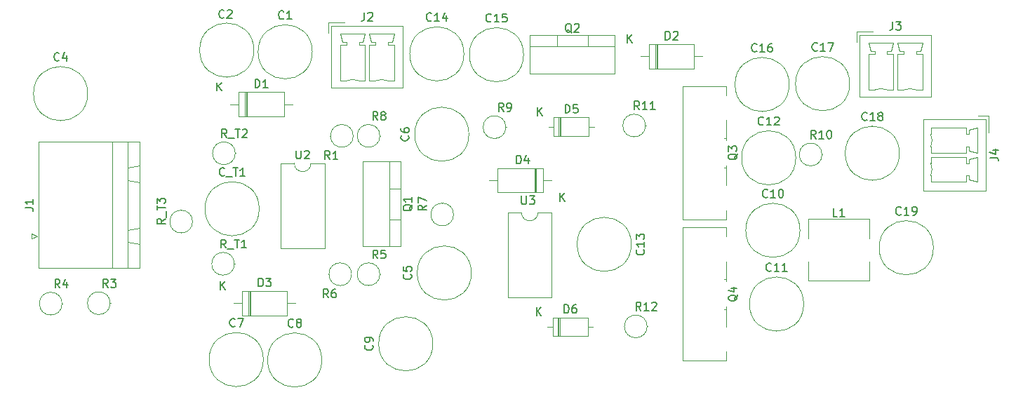
<source format=gbr>
%TF.GenerationSoftware,KiCad,Pcbnew,9.0.3*%
%TF.CreationDate,2025-10-25T15:11:56+05:30*%
%TF.ProjectId,Vicharak,56696368-6172-4616-9b2e-6b696361645f,rev?*%
%TF.SameCoordinates,Original*%
%TF.FileFunction,Legend,Top*%
%TF.FilePolarity,Positive*%
%FSLAX46Y46*%
G04 Gerber Fmt 4.6, Leading zero omitted, Abs format (unit mm)*
G04 Created by KiCad (PCBNEW 9.0.3) date 2025-10-25 15:11:56*
%MOMM*%
%LPD*%
G01*
G04 APERTURE LIST*
%ADD10C,0.150000*%
%ADD11C,0.120000*%
G04 APERTURE END LIST*
D10*
X58450057Y-76655238D02*
X58402438Y-76750476D01*
X58402438Y-76750476D02*
X58307200Y-76845714D01*
X58307200Y-76845714D02*
X58164342Y-76988571D01*
X58164342Y-76988571D02*
X58116723Y-77083809D01*
X58116723Y-77083809D02*
X58116723Y-77179047D01*
X58354819Y-77131428D02*
X58307200Y-77226666D01*
X58307200Y-77226666D02*
X58211961Y-77321904D01*
X58211961Y-77321904D02*
X58021485Y-77369523D01*
X58021485Y-77369523D02*
X57688152Y-77369523D01*
X57688152Y-77369523D02*
X57497676Y-77321904D01*
X57497676Y-77321904D02*
X57402438Y-77226666D01*
X57402438Y-77226666D02*
X57354819Y-77131428D01*
X57354819Y-77131428D02*
X57354819Y-76940952D01*
X57354819Y-76940952D02*
X57402438Y-76845714D01*
X57402438Y-76845714D02*
X57497676Y-76750476D01*
X57497676Y-76750476D02*
X57688152Y-76702857D01*
X57688152Y-76702857D02*
X58021485Y-76702857D01*
X58021485Y-76702857D02*
X58211961Y-76750476D01*
X58211961Y-76750476D02*
X58307200Y-76845714D01*
X58307200Y-76845714D02*
X58354819Y-76940952D01*
X58354819Y-76940952D02*
X58354819Y-77131428D01*
X58354819Y-75750476D02*
X58354819Y-76321904D01*
X58354819Y-76036190D02*
X57354819Y-76036190D01*
X57354819Y-76036190D02*
X57497676Y-76131428D01*
X57497676Y-76131428D02*
X57592914Y-76226666D01*
X57592914Y-76226666D02*
X57640533Y-76321904D01*
X48308333Y-87874819D02*
X47975000Y-87398628D01*
X47736905Y-87874819D02*
X47736905Y-86874819D01*
X47736905Y-86874819D02*
X48117857Y-86874819D01*
X48117857Y-86874819D02*
X48213095Y-86922438D01*
X48213095Y-86922438D02*
X48260714Y-86970057D01*
X48260714Y-86970057D02*
X48308333Y-87065295D01*
X48308333Y-87065295D02*
X48308333Y-87208152D01*
X48308333Y-87208152D02*
X48260714Y-87303390D01*
X48260714Y-87303390D02*
X48213095Y-87351009D01*
X48213095Y-87351009D02*
X48117857Y-87398628D01*
X48117857Y-87398628D02*
X47736905Y-87398628D01*
X49165476Y-86874819D02*
X48975000Y-86874819D01*
X48975000Y-86874819D02*
X48879762Y-86922438D01*
X48879762Y-86922438D02*
X48832143Y-86970057D01*
X48832143Y-86970057D02*
X48736905Y-87112914D01*
X48736905Y-87112914D02*
X48689286Y-87303390D01*
X48689286Y-87303390D02*
X48689286Y-87684342D01*
X48689286Y-87684342D02*
X48736905Y-87779580D01*
X48736905Y-87779580D02*
X48784524Y-87827200D01*
X48784524Y-87827200D02*
X48879762Y-87874819D01*
X48879762Y-87874819D02*
X49070238Y-87874819D01*
X49070238Y-87874819D02*
X49165476Y-87827200D01*
X49165476Y-87827200D02*
X49213095Y-87779580D01*
X49213095Y-87779580D02*
X49260714Y-87684342D01*
X49260714Y-87684342D02*
X49260714Y-87446247D01*
X49260714Y-87446247D02*
X49213095Y-87351009D01*
X49213095Y-87351009D02*
X49165476Y-87303390D01*
X49165476Y-87303390D02*
X49070238Y-87255771D01*
X49070238Y-87255771D02*
X48879762Y-87255771D01*
X48879762Y-87255771D02*
X48784524Y-87303390D01*
X48784524Y-87303390D02*
X48736905Y-87351009D01*
X48736905Y-87351009D02*
X48689286Y-87446247D01*
X60134819Y-76736666D02*
X59658628Y-77069999D01*
X60134819Y-77308094D02*
X59134819Y-77308094D01*
X59134819Y-77308094D02*
X59134819Y-76927142D01*
X59134819Y-76927142D02*
X59182438Y-76831904D01*
X59182438Y-76831904D02*
X59230057Y-76784285D01*
X59230057Y-76784285D02*
X59325295Y-76736666D01*
X59325295Y-76736666D02*
X59468152Y-76736666D01*
X59468152Y-76736666D02*
X59563390Y-76784285D01*
X59563390Y-76784285D02*
X59611009Y-76831904D01*
X59611009Y-76831904D02*
X59658628Y-76927142D01*
X59658628Y-76927142D02*
X59658628Y-77308094D01*
X59134819Y-76403332D02*
X59134819Y-75736666D01*
X59134819Y-75736666D02*
X60134819Y-76165237D01*
X109733333Y-78104819D02*
X109257143Y-78104819D01*
X109257143Y-78104819D02*
X109257143Y-77104819D01*
X110590476Y-78104819D02*
X110019048Y-78104819D01*
X110304762Y-78104819D02*
X110304762Y-77104819D01*
X110304762Y-77104819D02*
X110209524Y-77247676D01*
X110209524Y-77247676D02*
X110114286Y-77342914D01*
X110114286Y-77342914D02*
X110019048Y-77390533D01*
X35946428Y-81874819D02*
X35613095Y-81398628D01*
X35375000Y-81874819D02*
X35375000Y-80874819D01*
X35375000Y-80874819D02*
X35755952Y-80874819D01*
X35755952Y-80874819D02*
X35851190Y-80922438D01*
X35851190Y-80922438D02*
X35898809Y-80970057D01*
X35898809Y-80970057D02*
X35946428Y-81065295D01*
X35946428Y-81065295D02*
X35946428Y-81208152D01*
X35946428Y-81208152D02*
X35898809Y-81303390D01*
X35898809Y-81303390D02*
X35851190Y-81351009D01*
X35851190Y-81351009D02*
X35755952Y-81398628D01*
X35755952Y-81398628D02*
X35375000Y-81398628D01*
X36136905Y-81970057D02*
X36898809Y-81970057D01*
X36994048Y-80874819D02*
X37565476Y-80874819D01*
X37279762Y-81874819D02*
X37279762Y-80874819D01*
X38422619Y-81874819D02*
X37851191Y-81874819D01*
X38136905Y-81874819D02*
X38136905Y-80874819D01*
X38136905Y-80874819D02*
X38041667Y-81017676D01*
X38041667Y-81017676D02*
X37946429Y-81112914D01*
X37946429Y-81112914D02*
X37851191Y-81160533D01*
X15913333Y-86684819D02*
X15580000Y-86208628D01*
X15341905Y-86684819D02*
X15341905Y-85684819D01*
X15341905Y-85684819D02*
X15722857Y-85684819D01*
X15722857Y-85684819D02*
X15818095Y-85732438D01*
X15818095Y-85732438D02*
X15865714Y-85780057D01*
X15865714Y-85780057D02*
X15913333Y-85875295D01*
X15913333Y-85875295D02*
X15913333Y-86018152D01*
X15913333Y-86018152D02*
X15865714Y-86113390D01*
X15865714Y-86113390D02*
X15818095Y-86161009D01*
X15818095Y-86161009D02*
X15722857Y-86208628D01*
X15722857Y-86208628D02*
X15341905Y-86208628D01*
X16770476Y-86018152D02*
X16770476Y-86684819D01*
X16532381Y-85637200D02*
X16294286Y-86351485D01*
X16294286Y-86351485D02*
X16913333Y-86351485D01*
X48503333Y-71174819D02*
X48170000Y-70698628D01*
X47931905Y-71174819D02*
X47931905Y-70174819D01*
X47931905Y-70174819D02*
X48312857Y-70174819D01*
X48312857Y-70174819D02*
X48408095Y-70222438D01*
X48408095Y-70222438D02*
X48455714Y-70270057D01*
X48455714Y-70270057D02*
X48503333Y-70365295D01*
X48503333Y-70365295D02*
X48503333Y-70508152D01*
X48503333Y-70508152D02*
X48455714Y-70603390D01*
X48455714Y-70603390D02*
X48408095Y-70651009D01*
X48408095Y-70651009D02*
X48312857Y-70698628D01*
X48312857Y-70698628D02*
X47931905Y-70698628D01*
X49455714Y-71174819D02*
X48884286Y-71174819D01*
X49170000Y-71174819D02*
X49170000Y-70174819D01*
X49170000Y-70174819D02*
X49074762Y-70317676D01*
X49074762Y-70317676D02*
X48979524Y-70412914D01*
X48979524Y-70412914D02*
X48884286Y-70460533D01*
X67957142Y-54509580D02*
X67909523Y-54557200D01*
X67909523Y-54557200D02*
X67766666Y-54604819D01*
X67766666Y-54604819D02*
X67671428Y-54604819D01*
X67671428Y-54604819D02*
X67528571Y-54557200D01*
X67528571Y-54557200D02*
X67433333Y-54461961D01*
X67433333Y-54461961D02*
X67385714Y-54366723D01*
X67385714Y-54366723D02*
X67338095Y-54176247D01*
X67338095Y-54176247D02*
X67338095Y-54033390D01*
X67338095Y-54033390D02*
X67385714Y-53842914D01*
X67385714Y-53842914D02*
X67433333Y-53747676D01*
X67433333Y-53747676D02*
X67528571Y-53652438D01*
X67528571Y-53652438D02*
X67671428Y-53604819D01*
X67671428Y-53604819D02*
X67766666Y-53604819D01*
X67766666Y-53604819D02*
X67909523Y-53652438D01*
X67909523Y-53652438D02*
X67957142Y-53700057D01*
X68909523Y-54604819D02*
X68338095Y-54604819D01*
X68623809Y-54604819D02*
X68623809Y-53604819D01*
X68623809Y-53604819D02*
X68528571Y-53747676D01*
X68528571Y-53747676D02*
X68433333Y-53842914D01*
X68433333Y-53842914D02*
X68338095Y-53890533D01*
X69814285Y-53604819D02*
X69338095Y-53604819D01*
X69338095Y-53604819D02*
X69290476Y-54081009D01*
X69290476Y-54081009D02*
X69338095Y-54033390D01*
X69338095Y-54033390D02*
X69433333Y-53985771D01*
X69433333Y-53985771D02*
X69671428Y-53985771D01*
X69671428Y-53985771D02*
X69766666Y-54033390D01*
X69766666Y-54033390D02*
X69814285Y-54081009D01*
X69814285Y-54081009D02*
X69861904Y-54176247D01*
X69861904Y-54176247D02*
X69861904Y-54414342D01*
X69861904Y-54414342D02*
X69814285Y-54509580D01*
X69814285Y-54509580D02*
X69766666Y-54557200D01*
X69766666Y-54557200D02*
X69671428Y-54604819D01*
X69671428Y-54604819D02*
X69433333Y-54604819D01*
X69433333Y-54604819D02*
X69338095Y-54557200D01*
X69338095Y-54557200D02*
X69290476Y-54509580D01*
X35771428Y-73109580D02*
X35723809Y-73157200D01*
X35723809Y-73157200D02*
X35580952Y-73204819D01*
X35580952Y-73204819D02*
X35485714Y-73204819D01*
X35485714Y-73204819D02*
X35342857Y-73157200D01*
X35342857Y-73157200D02*
X35247619Y-73061961D01*
X35247619Y-73061961D02*
X35200000Y-72966723D01*
X35200000Y-72966723D02*
X35152381Y-72776247D01*
X35152381Y-72776247D02*
X35152381Y-72633390D01*
X35152381Y-72633390D02*
X35200000Y-72442914D01*
X35200000Y-72442914D02*
X35247619Y-72347676D01*
X35247619Y-72347676D02*
X35342857Y-72252438D01*
X35342857Y-72252438D02*
X35485714Y-72204819D01*
X35485714Y-72204819D02*
X35580952Y-72204819D01*
X35580952Y-72204819D02*
X35723809Y-72252438D01*
X35723809Y-72252438D02*
X35771428Y-72300057D01*
X35961905Y-73300057D02*
X36723809Y-73300057D01*
X36819048Y-72204819D02*
X37390476Y-72204819D01*
X37104762Y-73204819D02*
X37104762Y-72204819D01*
X38247619Y-73204819D02*
X37676191Y-73204819D01*
X37961905Y-73204819D02*
X37961905Y-72204819D01*
X37961905Y-72204819D02*
X37866667Y-72347676D01*
X37866667Y-72347676D02*
X37771429Y-72442914D01*
X37771429Y-72442914D02*
X37676191Y-72490533D01*
X37033333Y-91309580D02*
X36985714Y-91357200D01*
X36985714Y-91357200D02*
X36842857Y-91404819D01*
X36842857Y-91404819D02*
X36747619Y-91404819D01*
X36747619Y-91404819D02*
X36604762Y-91357200D01*
X36604762Y-91357200D02*
X36509524Y-91261961D01*
X36509524Y-91261961D02*
X36461905Y-91166723D01*
X36461905Y-91166723D02*
X36414286Y-90976247D01*
X36414286Y-90976247D02*
X36414286Y-90833390D01*
X36414286Y-90833390D02*
X36461905Y-90642914D01*
X36461905Y-90642914D02*
X36509524Y-90547676D01*
X36509524Y-90547676D02*
X36604762Y-90452438D01*
X36604762Y-90452438D02*
X36747619Y-90404819D01*
X36747619Y-90404819D02*
X36842857Y-90404819D01*
X36842857Y-90404819D02*
X36985714Y-90452438D01*
X36985714Y-90452438D02*
X37033333Y-90500057D01*
X37366667Y-90404819D02*
X38033333Y-90404819D01*
X38033333Y-90404819D02*
X37604762Y-91404819D01*
X77664761Y-55900057D02*
X77569523Y-55852438D01*
X77569523Y-55852438D02*
X77474285Y-55757200D01*
X77474285Y-55757200D02*
X77331428Y-55614342D01*
X77331428Y-55614342D02*
X77236190Y-55566723D01*
X77236190Y-55566723D02*
X77140952Y-55566723D01*
X77188571Y-55804819D02*
X77093333Y-55757200D01*
X77093333Y-55757200D02*
X76998095Y-55661961D01*
X76998095Y-55661961D02*
X76950476Y-55471485D01*
X76950476Y-55471485D02*
X76950476Y-55138152D01*
X76950476Y-55138152D02*
X76998095Y-54947676D01*
X76998095Y-54947676D02*
X77093333Y-54852438D01*
X77093333Y-54852438D02*
X77188571Y-54804819D01*
X77188571Y-54804819D02*
X77379047Y-54804819D01*
X77379047Y-54804819D02*
X77474285Y-54852438D01*
X77474285Y-54852438D02*
X77569523Y-54947676D01*
X77569523Y-54947676D02*
X77617142Y-55138152D01*
X77617142Y-55138152D02*
X77617142Y-55471485D01*
X77617142Y-55471485D02*
X77569523Y-55661961D01*
X77569523Y-55661961D02*
X77474285Y-55757200D01*
X77474285Y-55757200D02*
X77379047Y-55804819D01*
X77379047Y-55804819D02*
X77188571Y-55804819D01*
X77998095Y-54900057D02*
X78045714Y-54852438D01*
X78045714Y-54852438D02*
X78140952Y-54804819D01*
X78140952Y-54804819D02*
X78379047Y-54804819D01*
X78379047Y-54804819D02*
X78474285Y-54852438D01*
X78474285Y-54852438D02*
X78521904Y-54900057D01*
X78521904Y-54900057D02*
X78569523Y-54995295D01*
X78569523Y-54995295D02*
X78569523Y-55090533D01*
X78569523Y-55090533D02*
X78521904Y-55233390D01*
X78521904Y-55233390D02*
X77950476Y-55804819D01*
X77950476Y-55804819D02*
X78569523Y-55804819D01*
X107132142Y-68684819D02*
X106798809Y-68208628D01*
X106560714Y-68684819D02*
X106560714Y-67684819D01*
X106560714Y-67684819D02*
X106941666Y-67684819D01*
X106941666Y-67684819D02*
X107036904Y-67732438D01*
X107036904Y-67732438D02*
X107084523Y-67780057D01*
X107084523Y-67780057D02*
X107132142Y-67875295D01*
X107132142Y-67875295D02*
X107132142Y-68018152D01*
X107132142Y-68018152D02*
X107084523Y-68113390D01*
X107084523Y-68113390D02*
X107036904Y-68161009D01*
X107036904Y-68161009D02*
X106941666Y-68208628D01*
X106941666Y-68208628D02*
X106560714Y-68208628D01*
X108084523Y-68684819D02*
X107513095Y-68684819D01*
X107798809Y-68684819D02*
X107798809Y-67684819D01*
X107798809Y-67684819D02*
X107703571Y-67827676D01*
X107703571Y-67827676D02*
X107608333Y-67922914D01*
X107608333Y-67922914D02*
X107513095Y-67970533D01*
X108703571Y-67684819D02*
X108798809Y-67684819D01*
X108798809Y-67684819D02*
X108894047Y-67732438D01*
X108894047Y-67732438D02*
X108941666Y-67780057D01*
X108941666Y-67780057D02*
X108989285Y-67875295D01*
X108989285Y-67875295D02*
X109036904Y-68065771D01*
X109036904Y-68065771D02*
X109036904Y-68303866D01*
X109036904Y-68303866D02*
X108989285Y-68494342D01*
X108989285Y-68494342D02*
X108941666Y-68589580D01*
X108941666Y-68589580D02*
X108894047Y-68637200D01*
X108894047Y-68637200D02*
X108798809Y-68684819D01*
X108798809Y-68684819D02*
X108703571Y-68684819D01*
X108703571Y-68684819D02*
X108608333Y-68637200D01*
X108608333Y-68637200D02*
X108560714Y-68589580D01*
X108560714Y-68589580D02*
X108513095Y-68494342D01*
X108513095Y-68494342D02*
X108465476Y-68303866D01*
X108465476Y-68303866D02*
X108465476Y-68065771D01*
X108465476Y-68065771D02*
X108513095Y-67875295D01*
X108513095Y-67875295D02*
X108560714Y-67780057D01*
X108560714Y-67780057D02*
X108608333Y-67732438D01*
X108608333Y-67732438D02*
X108703571Y-67684819D01*
X101307142Y-75709580D02*
X101259523Y-75757200D01*
X101259523Y-75757200D02*
X101116666Y-75804819D01*
X101116666Y-75804819D02*
X101021428Y-75804819D01*
X101021428Y-75804819D02*
X100878571Y-75757200D01*
X100878571Y-75757200D02*
X100783333Y-75661961D01*
X100783333Y-75661961D02*
X100735714Y-75566723D01*
X100735714Y-75566723D02*
X100688095Y-75376247D01*
X100688095Y-75376247D02*
X100688095Y-75233390D01*
X100688095Y-75233390D02*
X100735714Y-75042914D01*
X100735714Y-75042914D02*
X100783333Y-74947676D01*
X100783333Y-74947676D02*
X100878571Y-74852438D01*
X100878571Y-74852438D02*
X101021428Y-74804819D01*
X101021428Y-74804819D02*
X101116666Y-74804819D01*
X101116666Y-74804819D02*
X101259523Y-74852438D01*
X101259523Y-74852438D02*
X101307142Y-74900057D01*
X102259523Y-75804819D02*
X101688095Y-75804819D01*
X101973809Y-75804819D02*
X101973809Y-74804819D01*
X101973809Y-74804819D02*
X101878571Y-74947676D01*
X101878571Y-74947676D02*
X101783333Y-75042914D01*
X101783333Y-75042914D02*
X101688095Y-75090533D01*
X102878571Y-74804819D02*
X102973809Y-74804819D01*
X102973809Y-74804819D02*
X103069047Y-74852438D01*
X103069047Y-74852438D02*
X103116666Y-74900057D01*
X103116666Y-74900057D02*
X103164285Y-74995295D01*
X103164285Y-74995295D02*
X103211904Y-75185771D01*
X103211904Y-75185771D02*
X103211904Y-75423866D01*
X103211904Y-75423866D02*
X103164285Y-75614342D01*
X103164285Y-75614342D02*
X103116666Y-75709580D01*
X103116666Y-75709580D02*
X103069047Y-75757200D01*
X103069047Y-75757200D02*
X102973809Y-75804819D01*
X102973809Y-75804819D02*
X102878571Y-75804819D01*
X102878571Y-75804819D02*
X102783333Y-75757200D01*
X102783333Y-75757200D02*
X102735714Y-75709580D01*
X102735714Y-75709580D02*
X102688095Y-75614342D01*
X102688095Y-75614342D02*
X102640476Y-75423866D01*
X102640476Y-75423866D02*
X102640476Y-75185771D01*
X102640476Y-75185771D02*
X102688095Y-74995295D01*
X102688095Y-74995295D02*
X102735714Y-74900057D01*
X102735714Y-74900057D02*
X102783333Y-74852438D01*
X102783333Y-74852438D02*
X102878571Y-74804819D01*
X11704819Y-77033333D02*
X12419104Y-77033333D01*
X12419104Y-77033333D02*
X12561961Y-77080952D01*
X12561961Y-77080952D02*
X12657200Y-77176190D01*
X12657200Y-77176190D02*
X12704819Y-77319047D01*
X12704819Y-77319047D02*
X12704819Y-77414285D01*
X12704819Y-76033333D02*
X12704819Y-76604761D01*
X12704819Y-76319047D02*
X11704819Y-76319047D01*
X11704819Y-76319047D02*
X11847676Y-76414285D01*
X11847676Y-76414285D02*
X11942914Y-76509523D01*
X11942914Y-76509523D02*
X11990533Y-76604761D01*
X76901905Y-65584819D02*
X76901905Y-64584819D01*
X76901905Y-64584819D02*
X77140000Y-64584819D01*
X77140000Y-64584819D02*
X77282857Y-64632438D01*
X77282857Y-64632438D02*
X77378095Y-64727676D01*
X77378095Y-64727676D02*
X77425714Y-64822914D01*
X77425714Y-64822914D02*
X77473333Y-65013390D01*
X77473333Y-65013390D02*
X77473333Y-65156247D01*
X77473333Y-65156247D02*
X77425714Y-65346723D01*
X77425714Y-65346723D02*
X77378095Y-65441961D01*
X77378095Y-65441961D02*
X77282857Y-65537200D01*
X77282857Y-65537200D02*
X77140000Y-65584819D01*
X77140000Y-65584819D02*
X76901905Y-65584819D01*
X78378095Y-64584819D02*
X77901905Y-64584819D01*
X77901905Y-64584819D02*
X77854286Y-65061009D01*
X77854286Y-65061009D02*
X77901905Y-65013390D01*
X77901905Y-65013390D02*
X77997143Y-64965771D01*
X77997143Y-64965771D02*
X78235238Y-64965771D01*
X78235238Y-64965771D02*
X78330476Y-65013390D01*
X78330476Y-65013390D02*
X78378095Y-65061009D01*
X78378095Y-65061009D02*
X78425714Y-65156247D01*
X78425714Y-65156247D02*
X78425714Y-65394342D01*
X78425714Y-65394342D02*
X78378095Y-65489580D01*
X78378095Y-65489580D02*
X78330476Y-65537200D01*
X78330476Y-65537200D02*
X78235238Y-65584819D01*
X78235238Y-65584819D02*
X77997143Y-65584819D01*
X77997143Y-65584819D02*
X77901905Y-65537200D01*
X77901905Y-65537200D02*
X77854286Y-65489580D01*
X73568095Y-65904819D02*
X73568095Y-64904819D01*
X74139523Y-65904819D02*
X73710952Y-65333390D01*
X74139523Y-64904819D02*
X73568095Y-65476247D01*
X71011905Y-71704819D02*
X71011905Y-70704819D01*
X71011905Y-70704819D02*
X71250000Y-70704819D01*
X71250000Y-70704819D02*
X71392857Y-70752438D01*
X71392857Y-70752438D02*
X71488095Y-70847676D01*
X71488095Y-70847676D02*
X71535714Y-70942914D01*
X71535714Y-70942914D02*
X71583333Y-71133390D01*
X71583333Y-71133390D02*
X71583333Y-71276247D01*
X71583333Y-71276247D02*
X71535714Y-71466723D01*
X71535714Y-71466723D02*
X71488095Y-71561961D01*
X71488095Y-71561961D02*
X71392857Y-71657200D01*
X71392857Y-71657200D02*
X71250000Y-71704819D01*
X71250000Y-71704819D02*
X71011905Y-71704819D01*
X72440476Y-71038152D02*
X72440476Y-71704819D01*
X72202381Y-70657200D02*
X71964286Y-71371485D01*
X71964286Y-71371485D02*
X72583333Y-71371485D01*
X76288095Y-76254819D02*
X76288095Y-75254819D01*
X76859523Y-76254819D02*
X76430952Y-75683390D01*
X76859523Y-75254819D02*
X76288095Y-75826247D01*
X35733333Y-54059580D02*
X35685714Y-54107200D01*
X35685714Y-54107200D02*
X35542857Y-54154819D01*
X35542857Y-54154819D02*
X35447619Y-54154819D01*
X35447619Y-54154819D02*
X35304762Y-54107200D01*
X35304762Y-54107200D02*
X35209524Y-54011961D01*
X35209524Y-54011961D02*
X35161905Y-53916723D01*
X35161905Y-53916723D02*
X35114286Y-53726247D01*
X35114286Y-53726247D02*
X35114286Y-53583390D01*
X35114286Y-53583390D02*
X35161905Y-53392914D01*
X35161905Y-53392914D02*
X35209524Y-53297676D01*
X35209524Y-53297676D02*
X35304762Y-53202438D01*
X35304762Y-53202438D02*
X35447619Y-53154819D01*
X35447619Y-53154819D02*
X35542857Y-53154819D01*
X35542857Y-53154819D02*
X35685714Y-53202438D01*
X35685714Y-53202438D02*
X35733333Y-53250057D01*
X36114286Y-53250057D02*
X36161905Y-53202438D01*
X36161905Y-53202438D02*
X36257143Y-53154819D01*
X36257143Y-53154819D02*
X36495238Y-53154819D01*
X36495238Y-53154819D02*
X36590476Y-53202438D01*
X36590476Y-53202438D02*
X36638095Y-53250057D01*
X36638095Y-53250057D02*
X36685714Y-53345295D01*
X36685714Y-53345295D02*
X36685714Y-53440533D01*
X36685714Y-53440533D02*
X36638095Y-53583390D01*
X36638095Y-53583390D02*
X36066667Y-54154819D01*
X36066667Y-54154819D02*
X36685714Y-54154819D01*
X44083333Y-91359580D02*
X44035714Y-91407200D01*
X44035714Y-91407200D02*
X43892857Y-91454819D01*
X43892857Y-91454819D02*
X43797619Y-91454819D01*
X43797619Y-91454819D02*
X43654762Y-91407200D01*
X43654762Y-91407200D02*
X43559524Y-91311961D01*
X43559524Y-91311961D02*
X43511905Y-91216723D01*
X43511905Y-91216723D02*
X43464286Y-91026247D01*
X43464286Y-91026247D02*
X43464286Y-90883390D01*
X43464286Y-90883390D02*
X43511905Y-90692914D01*
X43511905Y-90692914D02*
X43559524Y-90597676D01*
X43559524Y-90597676D02*
X43654762Y-90502438D01*
X43654762Y-90502438D02*
X43797619Y-90454819D01*
X43797619Y-90454819D02*
X43892857Y-90454819D01*
X43892857Y-90454819D02*
X44035714Y-90502438D01*
X44035714Y-90502438D02*
X44083333Y-90550057D01*
X44654762Y-90883390D02*
X44559524Y-90835771D01*
X44559524Y-90835771D02*
X44511905Y-90788152D01*
X44511905Y-90788152D02*
X44464286Y-90692914D01*
X44464286Y-90692914D02*
X44464286Y-90645295D01*
X44464286Y-90645295D02*
X44511905Y-90550057D01*
X44511905Y-90550057D02*
X44559524Y-90502438D01*
X44559524Y-90502438D02*
X44654762Y-90454819D01*
X44654762Y-90454819D02*
X44845238Y-90454819D01*
X44845238Y-90454819D02*
X44940476Y-90502438D01*
X44940476Y-90502438D02*
X44988095Y-90550057D01*
X44988095Y-90550057D02*
X45035714Y-90645295D01*
X45035714Y-90645295D02*
X45035714Y-90692914D01*
X45035714Y-90692914D02*
X44988095Y-90788152D01*
X44988095Y-90788152D02*
X44940476Y-90835771D01*
X44940476Y-90835771D02*
X44845238Y-90883390D01*
X44845238Y-90883390D02*
X44654762Y-90883390D01*
X44654762Y-90883390D02*
X44559524Y-90931009D01*
X44559524Y-90931009D02*
X44511905Y-90978628D01*
X44511905Y-90978628D02*
X44464286Y-91073866D01*
X44464286Y-91073866D02*
X44464286Y-91264342D01*
X44464286Y-91264342D02*
X44511905Y-91359580D01*
X44511905Y-91359580D02*
X44559524Y-91407200D01*
X44559524Y-91407200D02*
X44654762Y-91454819D01*
X44654762Y-91454819D02*
X44845238Y-91454819D01*
X44845238Y-91454819D02*
X44940476Y-91407200D01*
X44940476Y-91407200D02*
X44988095Y-91359580D01*
X44988095Y-91359580D02*
X45035714Y-91264342D01*
X45035714Y-91264342D02*
X45035714Y-91073866D01*
X45035714Y-91073866D02*
X44988095Y-90978628D01*
X44988095Y-90978628D02*
X44940476Y-90931009D01*
X44940476Y-90931009D02*
X44845238Y-90883390D01*
X76761905Y-89734819D02*
X76761905Y-88734819D01*
X76761905Y-88734819D02*
X77000000Y-88734819D01*
X77000000Y-88734819D02*
X77142857Y-88782438D01*
X77142857Y-88782438D02*
X77238095Y-88877676D01*
X77238095Y-88877676D02*
X77285714Y-88972914D01*
X77285714Y-88972914D02*
X77333333Y-89163390D01*
X77333333Y-89163390D02*
X77333333Y-89306247D01*
X77333333Y-89306247D02*
X77285714Y-89496723D01*
X77285714Y-89496723D02*
X77238095Y-89591961D01*
X77238095Y-89591961D02*
X77142857Y-89687200D01*
X77142857Y-89687200D02*
X77000000Y-89734819D01*
X77000000Y-89734819D02*
X76761905Y-89734819D01*
X78190476Y-88734819D02*
X78000000Y-88734819D01*
X78000000Y-88734819D02*
X77904762Y-88782438D01*
X77904762Y-88782438D02*
X77857143Y-88830057D01*
X77857143Y-88830057D02*
X77761905Y-88972914D01*
X77761905Y-88972914D02*
X77714286Y-89163390D01*
X77714286Y-89163390D02*
X77714286Y-89544342D01*
X77714286Y-89544342D02*
X77761905Y-89639580D01*
X77761905Y-89639580D02*
X77809524Y-89687200D01*
X77809524Y-89687200D02*
X77904762Y-89734819D01*
X77904762Y-89734819D02*
X78095238Y-89734819D01*
X78095238Y-89734819D02*
X78190476Y-89687200D01*
X78190476Y-89687200D02*
X78238095Y-89639580D01*
X78238095Y-89639580D02*
X78285714Y-89544342D01*
X78285714Y-89544342D02*
X78285714Y-89306247D01*
X78285714Y-89306247D02*
X78238095Y-89211009D01*
X78238095Y-89211009D02*
X78190476Y-89163390D01*
X78190476Y-89163390D02*
X78095238Y-89115771D01*
X78095238Y-89115771D02*
X77904762Y-89115771D01*
X77904762Y-89115771D02*
X77809524Y-89163390D01*
X77809524Y-89163390D02*
X77761905Y-89211009D01*
X77761905Y-89211009D02*
X77714286Y-89306247D01*
X73428095Y-90054819D02*
X73428095Y-89054819D01*
X73999523Y-90054819D02*
X73570952Y-89483390D01*
X73999523Y-89054819D02*
X73428095Y-89626247D01*
X39481905Y-62534819D02*
X39481905Y-61534819D01*
X39481905Y-61534819D02*
X39720000Y-61534819D01*
X39720000Y-61534819D02*
X39862857Y-61582438D01*
X39862857Y-61582438D02*
X39958095Y-61677676D01*
X39958095Y-61677676D02*
X40005714Y-61772914D01*
X40005714Y-61772914D02*
X40053333Y-61963390D01*
X40053333Y-61963390D02*
X40053333Y-62106247D01*
X40053333Y-62106247D02*
X40005714Y-62296723D01*
X40005714Y-62296723D02*
X39958095Y-62391961D01*
X39958095Y-62391961D02*
X39862857Y-62487200D01*
X39862857Y-62487200D02*
X39720000Y-62534819D01*
X39720000Y-62534819D02*
X39481905Y-62534819D01*
X41005714Y-62534819D02*
X40434286Y-62534819D01*
X40720000Y-62534819D02*
X40720000Y-61534819D01*
X40720000Y-61534819D02*
X40624762Y-61677676D01*
X40624762Y-61677676D02*
X40529524Y-61772914D01*
X40529524Y-61772914D02*
X40434286Y-61820533D01*
X34878095Y-62904819D02*
X34878095Y-61904819D01*
X35449523Y-62904819D02*
X35020952Y-62333390D01*
X35449523Y-61904819D02*
X34878095Y-62476247D01*
X100807142Y-66959580D02*
X100759523Y-67007200D01*
X100759523Y-67007200D02*
X100616666Y-67054819D01*
X100616666Y-67054819D02*
X100521428Y-67054819D01*
X100521428Y-67054819D02*
X100378571Y-67007200D01*
X100378571Y-67007200D02*
X100283333Y-66911961D01*
X100283333Y-66911961D02*
X100235714Y-66816723D01*
X100235714Y-66816723D02*
X100188095Y-66626247D01*
X100188095Y-66626247D02*
X100188095Y-66483390D01*
X100188095Y-66483390D02*
X100235714Y-66292914D01*
X100235714Y-66292914D02*
X100283333Y-66197676D01*
X100283333Y-66197676D02*
X100378571Y-66102438D01*
X100378571Y-66102438D02*
X100521428Y-66054819D01*
X100521428Y-66054819D02*
X100616666Y-66054819D01*
X100616666Y-66054819D02*
X100759523Y-66102438D01*
X100759523Y-66102438D02*
X100807142Y-66150057D01*
X101759523Y-67054819D02*
X101188095Y-67054819D01*
X101473809Y-67054819D02*
X101473809Y-66054819D01*
X101473809Y-66054819D02*
X101378571Y-66197676D01*
X101378571Y-66197676D02*
X101283333Y-66292914D01*
X101283333Y-66292914D02*
X101188095Y-66340533D01*
X102140476Y-66150057D02*
X102188095Y-66102438D01*
X102188095Y-66102438D02*
X102283333Y-66054819D01*
X102283333Y-66054819D02*
X102521428Y-66054819D01*
X102521428Y-66054819D02*
X102616666Y-66102438D01*
X102616666Y-66102438D02*
X102664285Y-66150057D01*
X102664285Y-66150057D02*
X102711904Y-66245295D01*
X102711904Y-66245295D02*
X102711904Y-66340533D01*
X102711904Y-66340533D02*
X102664285Y-66483390D01*
X102664285Y-66483390D02*
X102092857Y-67054819D01*
X102092857Y-67054819D02*
X102711904Y-67054819D01*
X86359580Y-82092857D02*
X86407200Y-82140476D01*
X86407200Y-82140476D02*
X86454819Y-82283333D01*
X86454819Y-82283333D02*
X86454819Y-82378571D01*
X86454819Y-82378571D02*
X86407200Y-82521428D01*
X86407200Y-82521428D02*
X86311961Y-82616666D01*
X86311961Y-82616666D02*
X86216723Y-82664285D01*
X86216723Y-82664285D02*
X86026247Y-82711904D01*
X86026247Y-82711904D02*
X85883390Y-82711904D01*
X85883390Y-82711904D02*
X85692914Y-82664285D01*
X85692914Y-82664285D02*
X85597676Y-82616666D01*
X85597676Y-82616666D02*
X85502438Y-82521428D01*
X85502438Y-82521428D02*
X85454819Y-82378571D01*
X85454819Y-82378571D02*
X85454819Y-82283333D01*
X85454819Y-82283333D02*
X85502438Y-82140476D01*
X85502438Y-82140476D02*
X85550057Y-82092857D01*
X86454819Y-81140476D02*
X86454819Y-81711904D01*
X86454819Y-81426190D02*
X85454819Y-81426190D01*
X85454819Y-81426190D02*
X85597676Y-81521428D01*
X85597676Y-81521428D02*
X85692914Y-81616666D01*
X85692914Y-81616666D02*
X85740533Y-81711904D01*
X85454819Y-80807142D02*
X85454819Y-80188095D01*
X85454819Y-80188095D02*
X85835771Y-80521428D01*
X85835771Y-80521428D02*
X85835771Y-80378571D01*
X85835771Y-80378571D02*
X85883390Y-80283333D01*
X85883390Y-80283333D02*
X85931009Y-80235714D01*
X85931009Y-80235714D02*
X86026247Y-80188095D01*
X86026247Y-80188095D02*
X86264342Y-80188095D01*
X86264342Y-80188095D02*
X86359580Y-80235714D01*
X86359580Y-80235714D02*
X86407200Y-80283333D01*
X86407200Y-80283333D02*
X86454819Y-80378571D01*
X86454819Y-80378571D02*
X86454819Y-80664285D01*
X86454819Y-80664285D02*
X86407200Y-80759523D01*
X86407200Y-80759523D02*
X86359580Y-80807142D01*
X54263333Y-66434819D02*
X53930000Y-65958628D01*
X53691905Y-66434819D02*
X53691905Y-65434819D01*
X53691905Y-65434819D02*
X54072857Y-65434819D01*
X54072857Y-65434819D02*
X54168095Y-65482438D01*
X54168095Y-65482438D02*
X54215714Y-65530057D01*
X54215714Y-65530057D02*
X54263333Y-65625295D01*
X54263333Y-65625295D02*
X54263333Y-65768152D01*
X54263333Y-65768152D02*
X54215714Y-65863390D01*
X54215714Y-65863390D02*
X54168095Y-65911009D01*
X54168095Y-65911009D02*
X54072857Y-65958628D01*
X54072857Y-65958628D02*
X53691905Y-65958628D01*
X54834762Y-65863390D02*
X54739524Y-65815771D01*
X54739524Y-65815771D02*
X54691905Y-65768152D01*
X54691905Y-65768152D02*
X54644286Y-65672914D01*
X54644286Y-65672914D02*
X54644286Y-65625295D01*
X54644286Y-65625295D02*
X54691905Y-65530057D01*
X54691905Y-65530057D02*
X54739524Y-65482438D01*
X54739524Y-65482438D02*
X54834762Y-65434819D01*
X54834762Y-65434819D02*
X55025238Y-65434819D01*
X55025238Y-65434819D02*
X55120476Y-65482438D01*
X55120476Y-65482438D02*
X55168095Y-65530057D01*
X55168095Y-65530057D02*
X55215714Y-65625295D01*
X55215714Y-65625295D02*
X55215714Y-65672914D01*
X55215714Y-65672914D02*
X55168095Y-65768152D01*
X55168095Y-65768152D02*
X55120476Y-65815771D01*
X55120476Y-65815771D02*
X55025238Y-65863390D01*
X55025238Y-65863390D02*
X54834762Y-65863390D01*
X54834762Y-65863390D02*
X54739524Y-65911009D01*
X54739524Y-65911009D02*
X54691905Y-65958628D01*
X54691905Y-65958628D02*
X54644286Y-66053866D01*
X54644286Y-66053866D02*
X54644286Y-66244342D01*
X54644286Y-66244342D02*
X54691905Y-66339580D01*
X54691905Y-66339580D02*
X54739524Y-66387200D01*
X54739524Y-66387200D02*
X54834762Y-66434819D01*
X54834762Y-66434819D02*
X55025238Y-66434819D01*
X55025238Y-66434819D02*
X55120476Y-66387200D01*
X55120476Y-66387200D02*
X55168095Y-66339580D01*
X55168095Y-66339580D02*
X55215714Y-66244342D01*
X55215714Y-66244342D02*
X55215714Y-66053866D01*
X55215714Y-66053866D02*
X55168095Y-65958628D01*
X55168095Y-65958628D02*
X55120476Y-65911009D01*
X55120476Y-65911009D02*
X55025238Y-65863390D01*
X117407142Y-77809580D02*
X117359523Y-77857200D01*
X117359523Y-77857200D02*
X117216666Y-77904819D01*
X117216666Y-77904819D02*
X117121428Y-77904819D01*
X117121428Y-77904819D02*
X116978571Y-77857200D01*
X116978571Y-77857200D02*
X116883333Y-77761961D01*
X116883333Y-77761961D02*
X116835714Y-77666723D01*
X116835714Y-77666723D02*
X116788095Y-77476247D01*
X116788095Y-77476247D02*
X116788095Y-77333390D01*
X116788095Y-77333390D02*
X116835714Y-77142914D01*
X116835714Y-77142914D02*
X116883333Y-77047676D01*
X116883333Y-77047676D02*
X116978571Y-76952438D01*
X116978571Y-76952438D02*
X117121428Y-76904819D01*
X117121428Y-76904819D02*
X117216666Y-76904819D01*
X117216666Y-76904819D02*
X117359523Y-76952438D01*
X117359523Y-76952438D02*
X117407142Y-77000057D01*
X118359523Y-77904819D02*
X117788095Y-77904819D01*
X118073809Y-77904819D02*
X118073809Y-76904819D01*
X118073809Y-76904819D02*
X117978571Y-77047676D01*
X117978571Y-77047676D02*
X117883333Y-77142914D01*
X117883333Y-77142914D02*
X117788095Y-77190533D01*
X118835714Y-77904819D02*
X119026190Y-77904819D01*
X119026190Y-77904819D02*
X119121428Y-77857200D01*
X119121428Y-77857200D02*
X119169047Y-77809580D01*
X119169047Y-77809580D02*
X119264285Y-77666723D01*
X119264285Y-77666723D02*
X119311904Y-77476247D01*
X119311904Y-77476247D02*
X119311904Y-77095295D01*
X119311904Y-77095295D02*
X119264285Y-77000057D01*
X119264285Y-77000057D02*
X119216666Y-76952438D01*
X119216666Y-76952438D02*
X119121428Y-76904819D01*
X119121428Y-76904819D02*
X118930952Y-76904819D01*
X118930952Y-76904819D02*
X118835714Y-76952438D01*
X118835714Y-76952438D02*
X118788095Y-77000057D01*
X118788095Y-77000057D02*
X118740476Y-77095295D01*
X118740476Y-77095295D02*
X118740476Y-77333390D01*
X118740476Y-77333390D02*
X118788095Y-77428628D01*
X118788095Y-77428628D02*
X118835714Y-77476247D01*
X118835714Y-77476247D02*
X118930952Y-77523866D01*
X118930952Y-77523866D02*
X119121428Y-77523866D01*
X119121428Y-77523866D02*
X119216666Y-77476247D01*
X119216666Y-77476247D02*
X119264285Y-77428628D01*
X119264285Y-77428628D02*
X119311904Y-77333390D01*
X39881905Y-86534819D02*
X39881905Y-85534819D01*
X39881905Y-85534819D02*
X40120000Y-85534819D01*
X40120000Y-85534819D02*
X40262857Y-85582438D01*
X40262857Y-85582438D02*
X40358095Y-85677676D01*
X40358095Y-85677676D02*
X40405714Y-85772914D01*
X40405714Y-85772914D02*
X40453333Y-85963390D01*
X40453333Y-85963390D02*
X40453333Y-86106247D01*
X40453333Y-86106247D02*
X40405714Y-86296723D01*
X40405714Y-86296723D02*
X40358095Y-86391961D01*
X40358095Y-86391961D02*
X40262857Y-86487200D01*
X40262857Y-86487200D02*
X40120000Y-86534819D01*
X40120000Y-86534819D02*
X39881905Y-86534819D01*
X40786667Y-85534819D02*
X41405714Y-85534819D01*
X41405714Y-85534819D02*
X41072381Y-85915771D01*
X41072381Y-85915771D02*
X41215238Y-85915771D01*
X41215238Y-85915771D02*
X41310476Y-85963390D01*
X41310476Y-85963390D02*
X41358095Y-86011009D01*
X41358095Y-86011009D02*
X41405714Y-86106247D01*
X41405714Y-86106247D02*
X41405714Y-86344342D01*
X41405714Y-86344342D02*
X41358095Y-86439580D01*
X41358095Y-86439580D02*
X41310476Y-86487200D01*
X41310476Y-86487200D02*
X41215238Y-86534819D01*
X41215238Y-86534819D02*
X40929524Y-86534819D01*
X40929524Y-86534819D02*
X40834286Y-86487200D01*
X40834286Y-86487200D02*
X40786667Y-86439580D01*
X35278095Y-86904819D02*
X35278095Y-85904819D01*
X35849523Y-86904819D02*
X35420952Y-86333390D01*
X35849523Y-85904819D02*
X35278095Y-86476247D01*
X60757142Y-54409580D02*
X60709523Y-54457200D01*
X60709523Y-54457200D02*
X60566666Y-54504819D01*
X60566666Y-54504819D02*
X60471428Y-54504819D01*
X60471428Y-54504819D02*
X60328571Y-54457200D01*
X60328571Y-54457200D02*
X60233333Y-54361961D01*
X60233333Y-54361961D02*
X60185714Y-54266723D01*
X60185714Y-54266723D02*
X60138095Y-54076247D01*
X60138095Y-54076247D02*
X60138095Y-53933390D01*
X60138095Y-53933390D02*
X60185714Y-53742914D01*
X60185714Y-53742914D02*
X60233333Y-53647676D01*
X60233333Y-53647676D02*
X60328571Y-53552438D01*
X60328571Y-53552438D02*
X60471428Y-53504819D01*
X60471428Y-53504819D02*
X60566666Y-53504819D01*
X60566666Y-53504819D02*
X60709523Y-53552438D01*
X60709523Y-53552438D02*
X60757142Y-53600057D01*
X61709523Y-54504819D02*
X61138095Y-54504819D01*
X61423809Y-54504819D02*
X61423809Y-53504819D01*
X61423809Y-53504819D02*
X61328571Y-53647676D01*
X61328571Y-53647676D02*
X61233333Y-53742914D01*
X61233333Y-53742914D02*
X61138095Y-53790533D01*
X62566666Y-53838152D02*
X62566666Y-54504819D01*
X62328571Y-53457200D02*
X62090476Y-54171485D01*
X62090476Y-54171485D02*
X62709523Y-54171485D01*
X44443095Y-70114819D02*
X44443095Y-70924342D01*
X44443095Y-70924342D02*
X44490714Y-71019580D01*
X44490714Y-71019580D02*
X44538333Y-71067200D01*
X44538333Y-71067200D02*
X44633571Y-71114819D01*
X44633571Y-71114819D02*
X44824047Y-71114819D01*
X44824047Y-71114819D02*
X44919285Y-71067200D01*
X44919285Y-71067200D02*
X44966904Y-71019580D01*
X44966904Y-71019580D02*
X45014523Y-70924342D01*
X45014523Y-70924342D02*
X45014523Y-70114819D01*
X45443095Y-70210057D02*
X45490714Y-70162438D01*
X45490714Y-70162438D02*
X45585952Y-70114819D01*
X45585952Y-70114819D02*
X45824047Y-70114819D01*
X45824047Y-70114819D02*
X45919285Y-70162438D01*
X45919285Y-70162438D02*
X45966904Y-70210057D01*
X45966904Y-70210057D02*
X46014523Y-70305295D01*
X46014523Y-70305295D02*
X46014523Y-70400533D01*
X46014523Y-70400533D02*
X45966904Y-70543390D01*
X45966904Y-70543390D02*
X45395476Y-71114819D01*
X45395476Y-71114819D02*
X46014523Y-71114819D01*
X15833333Y-59209580D02*
X15785714Y-59257200D01*
X15785714Y-59257200D02*
X15642857Y-59304819D01*
X15642857Y-59304819D02*
X15547619Y-59304819D01*
X15547619Y-59304819D02*
X15404762Y-59257200D01*
X15404762Y-59257200D02*
X15309524Y-59161961D01*
X15309524Y-59161961D02*
X15261905Y-59066723D01*
X15261905Y-59066723D02*
X15214286Y-58876247D01*
X15214286Y-58876247D02*
X15214286Y-58733390D01*
X15214286Y-58733390D02*
X15261905Y-58542914D01*
X15261905Y-58542914D02*
X15309524Y-58447676D01*
X15309524Y-58447676D02*
X15404762Y-58352438D01*
X15404762Y-58352438D02*
X15547619Y-58304819D01*
X15547619Y-58304819D02*
X15642857Y-58304819D01*
X15642857Y-58304819D02*
X15785714Y-58352438D01*
X15785714Y-58352438D02*
X15833333Y-58400057D01*
X16690476Y-58638152D02*
X16690476Y-59304819D01*
X16452381Y-58257200D02*
X16214286Y-58971485D01*
X16214286Y-58971485D02*
X16833333Y-58971485D01*
X85837142Y-65184819D02*
X85503809Y-64708628D01*
X85265714Y-65184819D02*
X85265714Y-64184819D01*
X85265714Y-64184819D02*
X85646666Y-64184819D01*
X85646666Y-64184819D02*
X85741904Y-64232438D01*
X85741904Y-64232438D02*
X85789523Y-64280057D01*
X85789523Y-64280057D02*
X85837142Y-64375295D01*
X85837142Y-64375295D02*
X85837142Y-64518152D01*
X85837142Y-64518152D02*
X85789523Y-64613390D01*
X85789523Y-64613390D02*
X85741904Y-64661009D01*
X85741904Y-64661009D02*
X85646666Y-64708628D01*
X85646666Y-64708628D02*
X85265714Y-64708628D01*
X86789523Y-65184819D02*
X86218095Y-65184819D01*
X86503809Y-65184819D02*
X86503809Y-64184819D01*
X86503809Y-64184819D02*
X86408571Y-64327676D01*
X86408571Y-64327676D02*
X86313333Y-64422914D01*
X86313333Y-64422914D02*
X86218095Y-64470533D01*
X87741904Y-65184819D02*
X87170476Y-65184819D01*
X87456190Y-65184819D02*
X87456190Y-64184819D01*
X87456190Y-64184819D02*
X87360952Y-64327676D01*
X87360952Y-64327676D02*
X87265714Y-64422914D01*
X87265714Y-64422914D02*
X87170476Y-64470533D01*
X100007142Y-58109580D02*
X99959523Y-58157200D01*
X99959523Y-58157200D02*
X99816666Y-58204819D01*
X99816666Y-58204819D02*
X99721428Y-58204819D01*
X99721428Y-58204819D02*
X99578571Y-58157200D01*
X99578571Y-58157200D02*
X99483333Y-58061961D01*
X99483333Y-58061961D02*
X99435714Y-57966723D01*
X99435714Y-57966723D02*
X99388095Y-57776247D01*
X99388095Y-57776247D02*
X99388095Y-57633390D01*
X99388095Y-57633390D02*
X99435714Y-57442914D01*
X99435714Y-57442914D02*
X99483333Y-57347676D01*
X99483333Y-57347676D02*
X99578571Y-57252438D01*
X99578571Y-57252438D02*
X99721428Y-57204819D01*
X99721428Y-57204819D02*
X99816666Y-57204819D01*
X99816666Y-57204819D02*
X99959523Y-57252438D01*
X99959523Y-57252438D02*
X100007142Y-57300057D01*
X100959523Y-58204819D02*
X100388095Y-58204819D01*
X100673809Y-58204819D02*
X100673809Y-57204819D01*
X100673809Y-57204819D02*
X100578571Y-57347676D01*
X100578571Y-57347676D02*
X100483333Y-57442914D01*
X100483333Y-57442914D02*
X100388095Y-57490533D01*
X101816666Y-57204819D02*
X101626190Y-57204819D01*
X101626190Y-57204819D02*
X101530952Y-57252438D01*
X101530952Y-57252438D02*
X101483333Y-57300057D01*
X101483333Y-57300057D02*
X101388095Y-57442914D01*
X101388095Y-57442914D02*
X101340476Y-57633390D01*
X101340476Y-57633390D02*
X101340476Y-58014342D01*
X101340476Y-58014342D02*
X101388095Y-58109580D01*
X101388095Y-58109580D02*
X101435714Y-58157200D01*
X101435714Y-58157200D02*
X101530952Y-58204819D01*
X101530952Y-58204819D02*
X101721428Y-58204819D01*
X101721428Y-58204819D02*
X101816666Y-58157200D01*
X101816666Y-58157200D02*
X101864285Y-58109580D01*
X101864285Y-58109580D02*
X101911904Y-58014342D01*
X101911904Y-58014342D02*
X101911904Y-57776247D01*
X101911904Y-57776247D02*
X101864285Y-57681009D01*
X101864285Y-57681009D02*
X101816666Y-57633390D01*
X101816666Y-57633390D02*
X101721428Y-57585771D01*
X101721428Y-57585771D02*
X101530952Y-57585771D01*
X101530952Y-57585771D02*
X101435714Y-57633390D01*
X101435714Y-57633390D02*
X101388095Y-57681009D01*
X101388095Y-57681009D02*
X101340476Y-57776247D01*
X97680057Y-87545238D02*
X97632438Y-87640476D01*
X97632438Y-87640476D02*
X97537200Y-87735714D01*
X97537200Y-87735714D02*
X97394342Y-87878571D01*
X97394342Y-87878571D02*
X97346723Y-87973809D01*
X97346723Y-87973809D02*
X97346723Y-88069047D01*
X97584819Y-88021428D02*
X97537200Y-88116666D01*
X97537200Y-88116666D02*
X97441961Y-88211904D01*
X97441961Y-88211904D02*
X97251485Y-88259523D01*
X97251485Y-88259523D02*
X96918152Y-88259523D01*
X96918152Y-88259523D02*
X96727676Y-88211904D01*
X96727676Y-88211904D02*
X96632438Y-88116666D01*
X96632438Y-88116666D02*
X96584819Y-88021428D01*
X96584819Y-88021428D02*
X96584819Y-87830952D01*
X96584819Y-87830952D02*
X96632438Y-87735714D01*
X96632438Y-87735714D02*
X96727676Y-87640476D01*
X96727676Y-87640476D02*
X96918152Y-87592857D01*
X96918152Y-87592857D02*
X97251485Y-87592857D01*
X97251485Y-87592857D02*
X97441961Y-87640476D01*
X97441961Y-87640476D02*
X97537200Y-87735714D01*
X97537200Y-87735714D02*
X97584819Y-87830952D01*
X97584819Y-87830952D02*
X97584819Y-88021428D01*
X96918152Y-86735714D02*
X97584819Y-86735714D01*
X96537200Y-86973809D02*
X97251485Y-87211904D01*
X97251485Y-87211904D02*
X97251485Y-86592857D01*
X86032142Y-89434819D02*
X85698809Y-88958628D01*
X85460714Y-89434819D02*
X85460714Y-88434819D01*
X85460714Y-88434819D02*
X85841666Y-88434819D01*
X85841666Y-88434819D02*
X85936904Y-88482438D01*
X85936904Y-88482438D02*
X85984523Y-88530057D01*
X85984523Y-88530057D02*
X86032142Y-88625295D01*
X86032142Y-88625295D02*
X86032142Y-88768152D01*
X86032142Y-88768152D02*
X85984523Y-88863390D01*
X85984523Y-88863390D02*
X85936904Y-88911009D01*
X85936904Y-88911009D02*
X85841666Y-88958628D01*
X85841666Y-88958628D02*
X85460714Y-88958628D01*
X86984523Y-89434819D02*
X86413095Y-89434819D01*
X86698809Y-89434819D02*
X86698809Y-88434819D01*
X86698809Y-88434819D02*
X86603571Y-88577676D01*
X86603571Y-88577676D02*
X86508333Y-88672914D01*
X86508333Y-88672914D02*
X86413095Y-88720533D01*
X87365476Y-88530057D02*
X87413095Y-88482438D01*
X87413095Y-88482438D02*
X87508333Y-88434819D01*
X87508333Y-88434819D02*
X87746428Y-88434819D01*
X87746428Y-88434819D02*
X87841666Y-88482438D01*
X87841666Y-88482438D02*
X87889285Y-88530057D01*
X87889285Y-88530057D02*
X87936904Y-88625295D01*
X87936904Y-88625295D02*
X87936904Y-88720533D01*
X87936904Y-88720533D02*
X87889285Y-88863390D01*
X87889285Y-88863390D02*
X87317857Y-89434819D01*
X87317857Y-89434819D02*
X87936904Y-89434819D01*
X21713333Y-86634819D02*
X21380000Y-86158628D01*
X21141905Y-86634819D02*
X21141905Y-85634819D01*
X21141905Y-85634819D02*
X21522857Y-85634819D01*
X21522857Y-85634819D02*
X21618095Y-85682438D01*
X21618095Y-85682438D02*
X21665714Y-85730057D01*
X21665714Y-85730057D02*
X21713333Y-85825295D01*
X21713333Y-85825295D02*
X21713333Y-85968152D01*
X21713333Y-85968152D02*
X21665714Y-86063390D01*
X21665714Y-86063390D02*
X21618095Y-86111009D01*
X21618095Y-86111009D02*
X21522857Y-86158628D01*
X21522857Y-86158628D02*
X21141905Y-86158628D01*
X22046667Y-85634819D02*
X22665714Y-85634819D01*
X22665714Y-85634819D02*
X22332381Y-86015771D01*
X22332381Y-86015771D02*
X22475238Y-86015771D01*
X22475238Y-86015771D02*
X22570476Y-86063390D01*
X22570476Y-86063390D02*
X22618095Y-86111009D01*
X22618095Y-86111009D02*
X22665714Y-86206247D01*
X22665714Y-86206247D02*
X22665714Y-86444342D01*
X22665714Y-86444342D02*
X22618095Y-86539580D01*
X22618095Y-86539580D02*
X22570476Y-86587200D01*
X22570476Y-86587200D02*
X22475238Y-86634819D01*
X22475238Y-86634819D02*
X22189524Y-86634819D01*
X22189524Y-86634819D02*
X22094286Y-86587200D01*
X22094286Y-86587200D02*
X22046667Y-86539580D01*
X57959580Y-68316666D02*
X58007200Y-68364285D01*
X58007200Y-68364285D02*
X58054819Y-68507142D01*
X58054819Y-68507142D02*
X58054819Y-68602380D01*
X58054819Y-68602380D02*
X58007200Y-68745237D01*
X58007200Y-68745237D02*
X57911961Y-68840475D01*
X57911961Y-68840475D02*
X57816723Y-68888094D01*
X57816723Y-68888094D02*
X57626247Y-68935713D01*
X57626247Y-68935713D02*
X57483390Y-68935713D01*
X57483390Y-68935713D02*
X57292914Y-68888094D01*
X57292914Y-68888094D02*
X57197676Y-68840475D01*
X57197676Y-68840475D02*
X57102438Y-68745237D01*
X57102438Y-68745237D02*
X57054819Y-68602380D01*
X57054819Y-68602380D02*
X57054819Y-68507142D01*
X57054819Y-68507142D02*
X57102438Y-68364285D01*
X57102438Y-68364285D02*
X57150057Y-68316666D01*
X57054819Y-67459523D02*
X57054819Y-67649999D01*
X57054819Y-67649999D02*
X57102438Y-67745237D01*
X57102438Y-67745237D02*
X57150057Y-67792856D01*
X57150057Y-67792856D02*
X57292914Y-67888094D01*
X57292914Y-67888094D02*
X57483390Y-67935713D01*
X57483390Y-67935713D02*
X57864342Y-67935713D01*
X57864342Y-67935713D02*
X57959580Y-67888094D01*
X57959580Y-67888094D02*
X58007200Y-67840475D01*
X58007200Y-67840475D02*
X58054819Y-67745237D01*
X58054819Y-67745237D02*
X58054819Y-67554761D01*
X58054819Y-67554761D02*
X58007200Y-67459523D01*
X58007200Y-67459523D02*
X57959580Y-67411904D01*
X57959580Y-67411904D02*
X57864342Y-67364285D01*
X57864342Y-67364285D02*
X57626247Y-67364285D01*
X57626247Y-67364285D02*
X57531009Y-67411904D01*
X57531009Y-67411904D02*
X57483390Y-67459523D01*
X57483390Y-67459523D02*
X57435771Y-67554761D01*
X57435771Y-67554761D02*
X57435771Y-67745237D01*
X57435771Y-67745237D02*
X57483390Y-67840475D01*
X57483390Y-67840475D02*
X57531009Y-67888094D01*
X57531009Y-67888094D02*
X57626247Y-67935713D01*
X58259580Y-85066666D02*
X58307200Y-85114285D01*
X58307200Y-85114285D02*
X58354819Y-85257142D01*
X58354819Y-85257142D02*
X58354819Y-85352380D01*
X58354819Y-85352380D02*
X58307200Y-85495237D01*
X58307200Y-85495237D02*
X58211961Y-85590475D01*
X58211961Y-85590475D02*
X58116723Y-85638094D01*
X58116723Y-85638094D02*
X57926247Y-85685713D01*
X57926247Y-85685713D02*
X57783390Y-85685713D01*
X57783390Y-85685713D02*
X57592914Y-85638094D01*
X57592914Y-85638094D02*
X57497676Y-85590475D01*
X57497676Y-85590475D02*
X57402438Y-85495237D01*
X57402438Y-85495237D02*
X57354819Y-85352380D01*
X57354819Y-85352380D02*
X57354819Y-85257142D01*
X57354819Y-85257142D02*
X57402438Y-85114285D01*
X57402438Y-85114285D02*
X57450057Y-85066666D01*
X57354819Y-84161904D02*
X57354819Y-84638094D01*
X57354819Y-84638094D02*
X57831009Y-84685713D01*
X57831009Y-84685713D02*
X57783390Y-84638094D01*
X57783390Y-84638094D02*
X57735771Y-84542856D01*
X57735771Y-84542856D02*
X57735771Y-84304761D01*
X57735771Y-84304761D02*
X57783390Y-84209523D01*
X57783390Y-84209523D02*
X57831009Y-84161904D01*
X57831009Y-84161904D02*
X57926247Y-84114285D01*
X57926247Y-84114285D02*
X58164342Y-84114285D01*
X58164342Y-84114285D02*
X58259580Y-84161904D01*
X58259580Y-84161904D02*
X58307200Y-84209523D01*
X58307200Y-84209523D02*
X58354819Y-84304761D01*
X58354819Y-84304761D02*
X58354819Y-84542856D01*
X58354819Y-84542856D02*
X58307200Y-84638094D01*
X58307200Y-84638094D02*
X58259580Y-84685713D01*
X113307142Y-66409580D02*
X113259523Y-66457200D01*
X113259523Y-66457200D02*
X113116666Y-66504819D01*
X113116666Y-66504819D02*
X113021428Y-66504819D01*
X113021428Y-66504819D02*
X112878571Y-66457200D01*
X112878571Y-66457200D02*
X112783333Y-66361961D01*
X112783333Y-66361961D02*
X112735714Y-66266723D01*
X112735714Y-66266723D02*
X112688095Y-66076247D01*
X112688095Y-66076247D02*
X112688095Y-65933390D01*
X112688095Y-65933390D02*
X112735714Y-65742914D01*
X112735714Y-65742914D02*
X112783333Y-65647676D01*
X112783333Y-65647676D02*
X112878571Y-65552438D01*
X112878571Y-65552438D02*
X113021428Y-65504819D01*
X113021428Y-65504819D02*
X113116666Y-65504819D01*
X113116666Y-65504819D02*
X113259523Y-65552438D01*
X113259523Y-65552438D02*
X113307142Y-65600057D01*
X114259523Y-66504819D02*
X113688095Y-66504819D01*
X113973809Y-66504819D02*
X113973809Y-65504819D01*
X113973809Y-65504819D02*
X113878571Y-65647676D01*
X113878571Y-65647676D02*
X113783333Y-65742914D01*
X113783333Y-65742914D02*
X113688095Y-65790533D01*
X114830952Y-65933390D02*
X114735714Y-65885771D01*
X114735714Y-65885771D02*
X114688095Y-65838152D01*
X114688095Y-65838152D02*
X114640476Y-65742914D01*
X114640476Y-65742914D02*
X114640476Y-65695295D01*
X114640476Y-65695295D02*
X114688095Y-65600057D01*
X114688095Y-65600057D02*
X114735714Y-65552438D01*
X114735714Y-65552438D02*
X114830952Y-65504819D01*
X114830952Y-65504819D02*
X115021428Y-65504819D01*
X115021428Y-65504819D02*
X115116666Y-65552438D01*
X115116666Y-65552438D02*
X115164285Y-65600057D01*
X115164285Y-65600057D02*
X115211904Y-65695295D01*
X115211904Y-65695295D02*
X115211904Y-65742914D01*
X115211904Y-65742914D02*
X115164285Y-65838152D01*
X115164285Y-65838152D02*
X115116666Y-65885771D01*
X115116666Y-65885771D02*
X115021428Y-65933390D01*
X115021428Y-65933390D02*
X114830952Y-65933390D01*
X114830952Y-65933390D02*
X114735714Y-65981009D01*
X114735714Y-65981009D02*
X114688095Y-66028628D01*
X114688095Y-66028628D02*
X114640476Y-66123866D01*
X114640476Y-66123866D02*
X114640476Y-66314342D01*
X114640476Y-66314342D02*
X114688095Y-66409580D01*
X114688095Y-66409580D02*
X114735714Y-66457200D01*
X114735714Y-66457200D02*
X114830952Y-66504819D01*
X114830952Y-66504819D02*
X115021428Y-66504819D01*
X115021428Y-66504819D02*
X115116666Y-66457200D01*
X115116666Y-66457200D02*
X115164285Y-66409580D01*
X115164285Y-66409580D02*
X115211904Y-66314342D01*
X115211904Y-66314342D02*
X115211904Y-66123866D01*
X115211904Y-66123866D02*
X115164285Y-66028628D01*
X115164285Y-66028628D02*
X115116666Y-65981009D01*
X115116666Y-65981009D02*
X115021428Y-65933390D01*
X88981905Y-56734819D02*
X88981905Y-55734819D01*
X88981905Y-55734819D02*
X89220000Y-55734819D01*
X89220000Y-55734819D02*
X89362857Y-55782438D01*
X89362857Y-55782438D02*
X89458095Y-55877676D01*
X89458095Y-55877676D02*
X89505714Y-55972914D01*
X89505714Y-55972914D02*
X89553333Y-56163390D01*
X89553333Y-56163390D02*
X89553333Y-56306247D01*
X89553333Y-56306247D02*
X89505714Y-56496723D01*
X89505714Y-56496723D02*
X89458095Y-56591961D01*
X89458095Y-56591961D02*
X89362857Y-56687200D01*
X89362857Y-56687200D02*
X89220000Y-56734819D01*
X89220000Y-56734819D02*
X88981905Y-56734819D01*
X89934286Y-55830057D02*
X89981905Y-55782438D01*
X89981905Y-55782438D02*
X90077143Y-55734819D01*
X90077143Y-55734819D02*
X90315238Y-55734819D01*
X90315238Y-55734819D02*
X90410476Y-55782438D01*
X90410476Y-55782438D02*
X90458095Y-55830057D01*
X90458095Y-55830057D02*
X90505714Y-55925295D01*
X90505714Y-55925295D02*
X90505714Y-56020533D01*
X90505714Y-56020533D02*
X90458095Y-56163390D01*
X90458095Y-56163390D02*
X89886667Y-56734819D01*
X89886667Y-56734819D02*
X90505714Y-56734819D01*
X84378095Y-57104819D02*
X84378095Y-56104819D01*
X84949523Y-57104819D02*
X84520952Y-56533390D01*
X84949523Y-56104819D02*
X84378095Y-56676247D01*
X42933333Y-54159580D02*
X42885714Y-54207200D01*
X42885714Y-54207200D02*
X42742857Y-54254819D01*
X42742857Y-54254819D02*
X42647619Y-54254819D01*
X42647619Y-54254819D02*
X42504762Y-54207200D01*
X42504762Y-54207200D02*
X42409524Y-54111961D01*
X42409524Y-54111961D02*
X42361905Y-54016723D01*
X42361905Y-54016723D02*
X42314286Y-53826247D01*
X42314286Y-53826247D02*
X42314286Y-53683390D01*
X42314286Y-53683390D02*
X42361905Y-53492914D01*
X42361905Y-53492914D02*
X42409524Y-53397676D01*
X42409524Y-53397676D02*
X42504762Y-53302438D01*
X42504762Y-53302438D02*
X42647619Y-53254819D01*
X42647619Y-53254819D02*
X42742857Y-53254819D01*
X42742857Y-53254819D02*
X42885714Y-53302438D01*
X42885714Y-53302438D02*
X42933333Y-53350057D01*
X43885714Y-54254819D02*
X43314286Y-54254819D01*
X43600000Y-54254819D02*
X43600000Y-53254819D01*
X43600000Y-53254819D02*
X43504762Y-53397676D01*
X43504762Y-53397676D02*
X43409524Y-53492914D01*
X43409524Y-53492914D02*
X43314286Y-53540533D01*
X97680057Y-70495238D02*
X97632438Y-70590476D01*
X97632438Y-70590476D02*
X97537200Y-70685714D01*
X97537200Y-70685714D02*
X97394342Y-70828571D01*
X97394342Y-70828571D02*
X97346723Y-70923809D01*
X97346723Y-70923809D02*
X97346723Y-71019047D01*
X97584819Y-70971428D02*
X97537200Y-71066666D01*
X97537200Y-71066666D02*
X97441961Y-71161904D01*
X97441961Y-71161904D02*
X97251485Y-71209523D01*
X97251485Y-71209523D02*
X96918152Y-71209523D01*
X96918152Y-71209523D02*
X96727676Y-71161904D01*
X96727676Y-71161904D02*
X96632438Y-71066666D01*
X96632438Y-71066666D02*
X96584819Y-70971428D01*
X96584819Y-70971428D02*
X96584819Y-70780952D01*
X96584819Y-70780952D02*
X96632438Y-70685714D01*
X96632438Y-70685714D02*
X96727676Y-70590476D01*
X96727676Y-70590476D02*
X96918152Y-70542857D01*
X96918152Y-70542857D02*
X97251485Y-70542857D01*
X97251485Y-70542857D02*
X97441961Y-70590476D01*
X97441961Y-70590476D02*
X97537200Y-70685714D01*
X97537200Y-70685714D02*
X97584819Y-70780952D01*
X97584819Y-70780952D02*
X97584819Y-70971428D01*
X96584819Y-70209523D02*
X96584819Y-69590476D01*
X96584819Y-69590476D02*
X96965771Y-69923809D01*
X96965771Y-69923809D02*
X96965771Y-69780952D01*
X96965771Y-69780952D02*
X97013390Y-69685714D01*
X97013390Y-69685714D02*
X97061009Y-69638095D01*
X97061009Y-69638095D02*
X97156247Y-69590476D01*
X97156247Y-69590476D02*
X97394342Y-69590476D01*
X97394342Y-69590476D02*
X97489580Y-69638095D01*
X97489580Y-69638095D02*
X97537200Y-69685714D01*
X97537200Y-69685714D02*
X97584819Y-69780952D01*
X97584819Y-69780952D02*
X97584819Y-70066666D01*
X97584819Y-70066666D02*
X97537200Y-70161904D01*
X97537200Y-70161904D02*
X97489580Y-70209523D01*
X52666666Y-53454819D02*
X52666666Y-54169104D01*
X52666666Y-54169104D02*
X52619047Y-54311961D01*
X52619047Y-54311961D02*
X52523809Y-54407200D01*
X52523809Y-54407200D02*
X52380952Y-54454819D01*
X52380952Y-54454819D02*
X52285714Y-54454819D01*
X53095238Y-53550057D02*
X53142857Y-53502438D01*
X53142857Y-53502438D02*
X53238095Y-53454819D01*
X53238095Y-53454819D02*
X53476190Y-53454819D01*
X53476190Y-53454819D02*
X53571428Y-53502438D01*
X53571428Y-53502438D02*
X53619047Y-53550057D01*
X53619047Y-53550057D02*
X53666666Y-53645295D01*
X53666666Y-53645295D02*
X53666666Y-53740533D01*
X53666666Y-53740533D02*
X53619047Y-53883390D01*
X53619047Y-53883390D02*
X53047619Y-54454819D01*
X53047619Y-54454819D02*
X53666666Y-54454819D01*
X54263333Y-83134819D02*
X53930000Y-82658628D01*
X53691905Y-83134819D02*
X53691905Y-82134819D01*
X53691905Y-82134819D02*
X54072857Y-82134819D01*
X54072857Y-82134819D02*
X54168095Y-82182438D01*
X54168095Y-82182438D02*
X54215714Y-82230057D01*
X54215714Y-82230057D02*
X54263333Y-82325295D01*
X54263333Y-82325295D02*
X54263333Y-82468152D01*
X54263333Y-82468152D02*
X54215714Y-82563390D01*
X54215714Y-82563390D02*
X54168095Y-82611009D01*
X54168095Y-82611009D02*
X54072857Y-82658628D01*
X54072857Y-82658628D02*
X53691905Y-82658628D01*
X55168095Y-82134819D02*
X54691905Y-82134819D01*
X54691905Y-82134819D02*
X54644286Y-82611009D01*
X54644286Y-82611009D02*
X54691905Y-82563390D01*
X54691905Y-82563390D02*
X54787143Y-82515771D01*
X54787143Y-82515771D02*
X55025238Y-82515771D01*
X55025238Y-82515771D02*
X55120476Y-82563390D01*
X55120476Y-82563390D02*
X55168095Y-82611009D01*
X55168095Y-82611009D02*
X55215714Y-82706247D01*
X55215714Y-82706247D02*
X55215714Y-82944342D01*
X55215714Y-82944342D02*
X55168095Y-83039580D01*
X55168095Y-83039580D02*
X55120476Y-83087200D01*
X55120476Y-83087200D02*
X55025238Y-83134819D01*
X55025238Y-83134819D02*
X54787143Y-83134819D01*
X54787143Y-83134819D02*
X54691905Y-83087200D01*
X54691905Y-83087200D02*
X54644286Y-83039580D01*
X69458333Y-65384819D02*
X69125000Y-64908628D01*
X68886905Y-65384819D02*
X68886905Y-64384819D01*
X68886905Y-64384819D02*
X69267857Y-64384819D01*
X69267857Y-64384819D02*
X69363095Y-64432438D01*
X69363095Y-64432438D02*
X69410714Y-64480057D01*
X69410714Y-64480057D02*
X69458333Y-64575295D01*
X69458333Y-64575295D02*
X69458333Y-64718152D01*
X69458333Y-64718152D02*
X69410714Y-64813390D01*
X69410714Y-64813390D02*
X69363095Y-64861009D01*
X69363095Y-64861009D02*
X69267857Y-64908628D01*
X69267857Y-64908628D02*
X68886905Y-64908628D01*
X69934524Y-65384819D02*
X70125000Y-65384819D01*
X70125000Y-65384819D02*
X70220238Y-65337200D01*
X70220238Y-65337200D02*
X70267857Y-65289580D01*
X70267857Y-65289580D02*
X70363095Y-65146723D01*
X70363095Y-65146723D02*
X70410714Y-64956247D01*
X70410714Y-64956247D02*
X70410714Y-64575295D01*
X70410714Y-64575295D02*
X70363095Y-64480057D01*
X70363095Y-64480057D02*
X70315476Y-64432438D01*
X70315476Y-64432438D02*
X70220238Y-64384819D01*
X70220238Y-64384819D02*
X70029762Y-64384819D01*
X70029762Y-64384819D02*
X69934524Y-64432438D01*
X69934524Y-64432438D02*
X69886905Y-64480057D01*
X69886905Y-64480057D02*
X69839286Y-64575295D01*
X69839286Y-64575295D02*
X69839286Y-64813390D01*
X69839286Y-64813390D02*
X69886905Y-64908628D01*
X69886905Y-64908628D02*
X69934524Y-64956247D01*
X69934524Y-64956247D02*
X70029762Y-65003866D01*
X70029762Y-65003866D02*
X70220238Y-65003866D01*
X70220238Y-65003866D02*
X70315476Y-64956247D01*
X70315476Y-64956247D02*
X70363095Y-64908628D01*
X70363095Y-64908628D02*
X70410714Y-64813390D01*
X107307142Y-58009580D02*
X107259523Y-58057200D01*
X107259523Y-58057200D02*
X107116666Y-58104819D01*
X107116666Y-58104819D02*
X107021428Y-58104819D01*
X107021428Y-58104819D02*
X106878571Y-58057200D01*
X106878571Y-58057200D02*
X106783333Y-57961961D01*
X106783333Y-57961961D02*
X106735714Y-57866723D01*
X106735714Y-57866723D02*
X106688095Y-57676247D01*
X106688095Y-57676247D02*
X106688095Y-57533390D01*
X106688095Y-57533390D02*
X106735714Y-57342914D01*
X106735714Y-57342914D02*
X106783333Y-57247676D01*
X106783333Y-57247676D02*
X106878571Y-57152438D01*
X106878571Y-57152438D02*
X107021428Y-57104819D01*
X107021428Y-57104819D02*
X107116666Y-57104819D01*
X107116666Y-57104819D02*
X107259523Y-57152438D01*
X107259523Y-57152438D02*
X107307142Y-57200057D01*
X108259523Y-58104819D02*
X107688095Y-58104819D01*
X107973809Y-58104819D02*
X107973809Y-57104819D01*
X107973809Y-57104819D02*
X107878571Y-57247676D01*
X107878571Y-57247676D02*
X107783333Y-57342914D01*
X107783333Y-57342914D02*
X107688095Y-57390533D01*
X108592857Y-57104819D02*
X109259523Y-57104819D01*
X109259523Y-57104819D02*
X108830952Y-58104819D01*
X101757142Y-84609580D02*
X101709523Y-84657200D01*
X101709523Y-84657200D02*
X101566666Y-84704819D01*
X101566666Y-84704819D02*
X101471428Y-84704819D01*
X101471428Y-84704819D02*
X101328571Y-84657200D01*
X101328571Y-84657200D02*
X101233333Y-84561961D01*
X101233333Y-84561961D02*
X101185714Y-84466723D01*
X101185714Y-84466723D02*
X101138095Y-84276247D01*
X101138095Y-84276247D02*
X101138095Y-84133390D01*
X101138095Y-84133390D02*
X101185714Y-83942914D01*
X101185714Y-83942914D02*
X101233333Y-83847676D01*
X101233333Y-83847676D02*
X101328571Y-83752438D01*
X101328571Y-83752438D02*
X101471428Y-83704819D01*
X101471428Y-83704819D02*
X101566666Y-83704819D01*
X101566666Y-83704819D02*
X101709523Y-83752438D01*
X101709523Y-83752438D02*
X101757142Y-83800057D01*
X102709523Y-84704819D02*
X102138095Y-84704819D01*
X102423809Y-84704819D02*
X102423809Y-83704819D01*
X102423809Y-83704819D02*
X102328571Y-83847676D01*
X102328571Y-83847676D02*
X102233333Y-83942914D01*
X102233333Y-83942914D02*
X102138095Y-83990533D01*
X103661904Y-84704819D02*
X103090476Y-84704819D01*
X103376190Y-84704819D02*
X103376190Y-83704819D01*
X103376190Y-83704819D02*
X103280952Y-83847676D01*
X103280952Y-83847676D02*
X103185714Y-83942914D01*
X103185714Y-83942914D02*
X103090476Y-83990533D01*
X53609580Y-93616666D02*
X53657200Y-93664285D01*
X53657200Y-93664285D02*
X53704819Y-93807142D01*
X53704819Y-93807142D02*
X53704819Y-93902380D01*
X53704819Y-93902380D02*
X53657200Y-94045237D01*
X53657200Y-94045237D02*
X53561961Y-94140475D01*
X53561961Y-94140475D02*
X53466723Y-94188094D01*
X53466723Y-94188094D02*
X53276247Y-94235713D01*
X53276247Y-94235713D02*
X53133390Y-94235713D01*
X53133390Y-94235713D02*
X52942914Y-94188094D01*
X52942914Y-94188094D02*
X52847676Y-94140475D01*
X52847676Y-94140475D02*
X52752438Y-94045237D01*
X52752438Y-94045237D02*
X52704819Y-93902380D01*
X52704819Y-93902380D02*
X52704819Y-93807142D01*
X52704819Y-93807142D02*
X52752438Y-93664285D01*
X52752438Y-93664285D02*
X52800057Y-93616666D01*
X53704819Y-93140475D02*
X53704819Y-92949999D01*
X53704819Y-92949999D02*
X53657200Y-92854761D01*
X53657200Y-92854761D02*
X53609580Y-92807142D01*
X53609580Y-92807142D02*
X53466723Y-92711904D01*
X53466723Y-92711904D02*
X53276247Y-92664285D01*
X53276247Y-92664285D02*
X52895295Y-92664285D01*
X52895295Y-92664285D02*
X52800057Y-92711904D01*
X52800057Y-92711904D02*
X52752438Y-92759523D01*
X52752438Y-92759523D02*
X52704819Y-92854761D01*
X52704819Y-92854761D02*
X52704819Y-93045237D01*
X52704819Y-93045237D02*
X52752438Y-93140475D01*
X52752438Y-93140475D02*
X52800057Y-93188094D01*
X52800057Y-93188094D02*
X52895295Y-93235713D01*
X52895295Y-93235713D02*
X53133390Y-93235713D01*
X53133390Y-93235713D02*
X53228628Y-93188094D01*
X53228628Y-93188094D02*
X53276247Y-93140475D01*
X53276247Y-93140475D02*
X53323866Y-93045237D01*
X53323866Y-93045237D02*
X53323866Y-92854761D01*
X53323866Y-92854761D02*
X53276247Y-92759523D01*
X53276247Y-92759523D02*
X53228628Y-92711904D01*
X53228628Y-92711904D02*
X53133390Y-92664285D01*
X116416666Y-54554819D02*
X116416666Y-55269104D01*
X116416666Y-55269104D02*
X116369047Y-55411961D01*
X116369047Y-55411961D02*
X116273809Y-55507200D01*
X116273809Y-55507200D02*
X116130952Y-55554819D01*
X116130952Y-55554819D02*
X116035714Y-55554819D01*
X116797619Y-54554819D02*
X117416666Y-54554819D01*
X117416666Y-54554819D02*
X117083333Y-54935771D01*
X117083333Y-54935771D02*
X117226190Y-54935771D01*
X117226190Y-54935771D02*
X117321428Y-54983390D01*
X117321428Y-54983390D02*
X117369047Y-55031009D01*
X117369047Y-55031009D02*
X117416666Y-55126247D01*
X117416666Y-55126247D02*
X117416666Y-55364342D01*
X117416666Y-55364342D02*
X117369047Y-55459580D01*
X117369047Y-55459580D02*
X117321428Y-55507200D01*
X117321428Y-55507200D02*
X117226190Y-55554819D01*
X117226190Y-55554819D02*
X116940476Y-55554819D01*
X116940476Y-55554819D02*
X116845238Y-55507200D01*
X116845238Y-55507200D02*
X116797619Y-55459580D01*
X36046428Y-68534819D02*
X35713095Y-68058628D01*
X35475000Y-68534819D02*
X35475000Y-67534819D01*
X35475000Y-67534819D02*
X35855952Y-67534819D01*
X35855952Y-67534819D02*
X35951190Y-67582438D01*
X35951190Y-67582438D02*
X35998809Y-67630057D01*
X35998809Y-67630057D02*
X36046428Y-67725295D01*
X36046428Y-67725295D02*
X36046428Y-67868152D01*
X36046428Y-67868152D02*
X35998809Y-67963390D01*
X35998809Y-67963390D02*
X35951190Y-68011009D01*
X35951190Y-68011009D02*
X35855952Y-68058628D01*
X35855952Y-68058628D02*
X35475000Y-68058628D01*
X36236905Y-68630057D02*
X36998809Y-68630057D01*
X37094048Y-67534819D02*
X37665476Y-67534819D01*
X37379762Y-68534819D02*
X37379762Y-67534819D01*
X37951191Y-67630057D02*
X37998810Y-67582438D01*
X37998810Y-67582438D02*
X38094048Y-67534819D01*
X38094048Y-67534819D02*
X38332143Y-67534819D01*
X38332143Y-67534819D02*
X38427381Y-67582438D01*
X38427381Y-67582438D02*
X38475000Y-67630057D01*
X38475000Y-67630057D02*
X38522619Y-67725295D01*
X38522619Y-67725295D02*
X38522619Y-67820533D01*
X38522619Y-67820533D02*
X38475000Y-67963390D01*
X38475000Y-67963390D02*
X37903572Y-68534819D01*
X37903572Y-68534819D02*
X38522619Y-68534819D01*
X28634819Y-78353571D02*
X28158628Y-78686904D01*
X28634819Y-78924999D02*
X27634819Y-78924999D01*
X27634819Y-78924999D02*
X27634819Y-78544047D01*
X27634819Y-78544047D02*
X27682438Y-78448809D01*
X27682438Y-78448809D02*
X27730057Y-78401190D01*
X27730057Y-78401190D02*
X27825295Y-78353571D01*
X27825295Y-78353571D02*
X27968152Y-78353571D01*
X27968152Y-78353571D02*
X28063390Y-78401190D01*
X28063390Y-78401190D02*
X28111009Y-78448809D01*
X28111009Y-78448809D02*
X28158628Y-78544047D01*
X28158628Y-78544047D02*
X28158628Y-78924999D01*
X28730057Y-78163095D02*
X28730057Y-77401190D01*
X27634819Y-77305951D02*
X27634819Y-76734523D01*
X28634819Y-77020237D02*
X27634819Y-77020237D01*
X27634819Y-76496427D02*
X27634819Y-75877380D01*
X27634819Y-75877380D02*
X28015771Y-76210713D01*
X28015771Y-76210713D02*
X28015771Y-76067856D01*
X28015771Y-76067856D02*
X28063390Y-75972618D01*
X28063390Y-75972618D02*
X28111009Y-75924999D01*
X28111009Y-75924999D02*
X28206247Y-75877380D01*
X28206247Y-75877380D02*
X28444342Y-75877380D01*
X28444342Y-75877380D02*
X28539580Y-75924999D01*
X28539580Y-75924999D02*
X28587200Y-75972618D01*
X28587200Y-75972618D02*
X28634819Y-76067856D01*
X28634819Y-76067856D02*
X28634819Y-76353570D01*
X28634819Y-76353570D02*
X28587200Y-76448808D01*
X28587200Y-76448808D02*
X28539580Y-76496427D01*
X128154819Y-70983333D02*
X128869104Y-70983333D01*
X128869104Y-70983333D02*
X129011961Y-71030952D01*
X129011961Y-71030952D02*
X129107200Y-71126190D01*
X129107200Y-71126190D02*
X129154819Y-71269047D01*
X129154819Y-71269047D02*
X129154819Y-71364285D01*
X128488152Y-70078571D02*
X129154819Y-70078571D01*
X128107200Y-70316666D02*
X128821485Y-70554761D01*
X128821485Y-70554761D02*
X128821485Y-69935714D01*
X71628095Y-75614819D02*
X71628095Y-76424342D01*
X71628095Y-76424342D02*
X71675714Y-76519580D01*
X71675714Y-76519580D02*
X71723333Y-76567200D01*
X71723333Y-76567200D02*
X71818571Y-76614819D01*
X71818571Y-76614819D02*
X72009047Y-76614819D01*
X72009047Y-76614819D02*
X72104285Y-76567200D01*
X72104285Y-76567200D02*
X72151904Y-76519580D01*
X72151904Y-76519580D02*
X72199523Y-76424342D01*
X72199523Y-76424342D02*
X72199523Y-75614819D01*
X72580476Y-75614819D02*
X73199523Y-75614819D01*
X73199523Y-75614819D02*
X72866190Y-75995771D01*
X72866190Y-75995771D02*
X73009047Y-75995771D01*
X73009047Y-75995771D02*
X73104285Y-76043390D01*
X73104285Y-76043390D02*
X73151904Y-76091009D01*
X73151904Y-76091009D02*
X73199523Y-76186247D01*
X73199523Y-76186247D02*
X73199523Y-76424342D01*
X73199523Y-76424342D02*
X73151904Y-76519580D01*
X73151904Y-76519580D02*
X73104285Y-76567200D01*
X73104285Y-76567200D02*
X73009047Y-76614819D01*
X73009047Y-76614819D02*
X72723333Y-76614819D01*
X72723333Y-76614819D02*
X72628095Y-76567200D01*
X72628095Y-76567200D02*
X72580476Y-76519580D01*
D11*
%TO.C,Q1*%
X52440000Y-71450000D02*
X57060000Y-71450000D01*
X52440000Y-81670000D02*
X52440000Y-71450000D01*
X55680000Y-71450000D02*
X55680000Y-81670000D01*
X57060000Y-71450000D02*
X57060000Y-81670000D01*
X57060000Y-74710000D02*
X55680000Y-74710000D01*
X57060000Y-78410000D02*
X55680000Y-78410000D01*
X57060000Y-81670000D02*
X52440000Y-81670000D01*
%TO.C,R6*%
X48375000Y-85050000D02*
X48305000Y-85050000D01*
X51115000Y-85050000D02*
G75*
G02*
X48375000Y-85050000I-1370000J0D01*
G01*
X48375000Y-85050000D02*
G75*
G02*
X51115000Y-85050000I1370000J0D01*
G01*
%TO.C,R7*%
X62050000Y-76470000D02*
X62050000Y-76400000D01*
X63420000Y-77840000D02*
G75*
G02*
X60680000Y-77840000I-1370000J0D01*
G01*
X60680000Y-77840000D02*
G75*
G02*
X63420000Y-77840000I1370000J0D01*
G01*
%TO.C,L1*%
X106200000Y-78400000D02*
X113600000Y-78400000D01*
X106200000Y-80700000D02*
X106200000Y-78400000D01*
X106200000Y-85800000D02*
X106200000Y-83500000D01*
X113600000Y-78400000D02*
X113600000Y-80700000D01*
X113600000Y-83500000D02*
X113600000Y-85800000D01*
X113600000Y-85800000D02*
X106200000Y-85800000D01*
%TO.C,R_T1*%
X36975000Y-83790000D02*
X37045000Y-83790000D01*
X36975000Y-83790000D02*
G75*
G02*
X34235000Y-83790000I-1370000J0D01*
G01*
X34235000Y-83790000D02*
G75*
G02*
X36975000Y-83790000I1370000J0D01*
G01*
%TO.C,R4*%
X16180000Y-88600000D02*
X16250000Y-88600000D01*
X16180000Y-88600000D02*
G75*
G02*
X13440000Y-88600000I-1370000J0D01*
G01*
X13440000Y-88600000D02*
G75*
G02*
X16180000Y-88600000I1370000J0D01*
G01*
%TO.C,R1*%
X48570000Y-68350000D02*
X48500000Y-68350000D01*
X51310000Y-68350000D02*
G75*
G02*
X48570000Y-68350000I-1370000J0D01*
G01*
X48570000Y-68350000D02*
G75*
G02*
X51310000Y-68350000I1370000J0D01*
G01*
%TO.C,C15*%
X71870000Y-58550000D02*
G75*
G02*
X65330000Y-58550000I-3270000J0D01*
G01*
X65330000Y-58550000D02*
G75*
G02*
X71870000Y-58550000I3270000J0D01*
G01*
%TO.C,C_T1*%
X39970000Y-77150000D02*
G75*
G02*
X33430000Y-77150000I-3270000J0D01*
G01*
X33430000Y-77150000D02*
G75*
G02*
X39970000Y-77150000I3270000J0D01*
G01*
%TO.C,C7*%
X40470000Y-95350000D02*
G75*
G02*
X33930000Y-95350000I-3270000J0D01*
G01*
X33930000Y-95350000D02*
G75*
G02*
X40470000Y-95350000I3270000J0D01*
G01*
%TO.C,Q2*%
X72650000Y-56190000D02*
X82870000Y-56190000D01*
X72650000Y-57570000D02*
X82870000Y-57570000D01*
X72650000Y-60810000D02*
X72650000Y-56190000D01*
X75910000Y-56190000D02*
X75910000Y-57570000D01*
X79610000Y-56190000D02*
X79610000Y-57570000D01*
X82870000Y-56190000D02*
X82870000Y-60810000D01*
X82870000Y-60810000D02*
X72650000Y-60810000D01*
%TO.C,R10*%
X107875000Y-70600000D02*
X107945000Y-70600000D01*
X107875000Y-70600000D02*
G75*
G02*
X105135000Y-70600000I-1370000J0D01*
G01*
X105135000Y-70600000D02*
G75*
G02*
X107875000Y-70600000I1370000J0D01*
G01*
%TO.C,C10*%
X105220000Y-79750000D02*
G75*
G02*
X98680000Y-79750000I-3270000J0D01*
G01*
X98680000Y-79750000D02*
G75*
G02*
X105220000Y-79750000I3270000J0D01*
G01*
%TO.C,J1*%
X12540000Y-80150000D02*
X13140000Y-80450000D01*
X12540000Y-80750000D02*
X12540000Y-80150000D01*
X13140000Y-80450000D02*
X12540000Y-80750000D01*
X13340000Y-69090000D02*
X13340000Y-84310000D01*
X13340000Y-84310000D02*
X25560000Y-84310000D01*
X22260000Y-69090000D02*
X24060000Y-69090000D01*
X22260000Y-84310000D02*
X22260000Y-69090000D01*
X24060000Y-69090000D02*
X24060000Y-84310000D01*
X24060000Y-72200000D02*
X24060000Y-73700000D01*
X24060000Y-73700000D02*
X25560000Y-73950000D01*
X24060000Y-79700000D02*
X24060000Y-81200000D01*
X24060000Y-81200000D02*
X25560000Y-81450000D01*
X24060000Y-84310000D02*
X22260000Y-84310000D01*
X25560000Y-69090000D02*
X13340000Y-69090000D01*
X25560000Y-71950000D02*
X24060000Y-72200000D01*
X25560000Y-73950000D02*
X25560000Y-71950000D01*
X25560000Y-79450000D02*
X24060000Y-79700000D01*
X25560000Y-81450000D02*
X25560000Y-79450000D01*
X25560000Y-84310000D02*
X25560000Y-69090000D01*
%TO.C,D5*%
X74870000Y-67250000D02*
X75520000Y-67250000D01*
X76120000Y-66130000D02*
X76120000Y-68370000D01*
X76240000Y-66130000D02*
X76240000Y-68370000D01*
X76360000Y-66130000D02*
X76360000Y-68370000D01*
X80410000Y-67250000D02*
X79760000Y-67250000D01*
X75520000Y-66130000D02*
X79760000Y-66130000D01*
X79760000Y-68370000D01*
X75520000Y-68370000D01*
X75520000Y-66130000D01*
%TO.C,D4*%
X67730000Y-73700000D02*
X68750000Y-73700000D01*
X73170000Y-75170000D02*
X73170000Y-72230000D01*
X73290000Y-75170000D02*
X73290000Y-72230000D01*
X73410000Y-75170000D02*
X73410000Y-72230000D01*
X75210000Y-73700000D02*
X74190000Y-73700000D01*
X74190000Y-75170000D02*
X68750000Y-75170000D01*
X68750000Y-72230000D01*
X74190000Y-72230000D01*
X74190000Y-75170000D01*
%TO.C,C2*%
X39320000Y-58000000D02*
G75*
G02*
X32780000Y-58000000I-3270000J0D01*
G01*
X32780000Y-58000000D02*
G75*
G02*
X39320000Y-58000000I3270000J0D01*
G01*
%TO.C,C8*%
X47520000Y-95400000D02*
G75*
G02*
X40980000Y-95400000I-3270000J0D01*
G01*
X40980000Y-95400000D02*
G75*
G02*
X47520000Y-95400000I3270000J0D01*
G01*
%TO.C,D6*%
X74730000Y-91400000D02*
X75380000Y-91400000D01*
X75980000Y-90280000D02*
X75980000Y-92520000D01*
X76100000Y-90280000D02*
X76100000Y-92520000D01*
X76220000Y-90280000D02*
X76220000Y-92520000D01*
X80270000Y-91400000D02*
X79620000Y-91400000D01*
X75380000Y-90280000D02*
X79620000Y-90280000D01*
X79620000Y-92520000D01*
X75380000Y-92520000D01*
X75380000Y-90280000D01*
%TO.C,D1*%
X36480000Y-64550000D02*
X37500000Y-64550000D01*
X38280000Y-63080000D02*
X38280000Y-66020000D01*
X38400000Y-63080000D02*
X38400000Y-66020000D01*
X38520000Y-63080000D02*
X38520000Y-66020000D01*
X43960000Y-64550000D02*
X42940000Y-64550000D01*
X37500000Y-63080000D02*
X42940000Y-63080000D01*
X42940000Y-66020000D01*
X37500000Y-66020000D01*
X37500000Y-63080000D01*
%TO.C,C12*%
X104720000Y-71000000D02*
G75*
G02*
X98180000Y-71000000I-3270000J0D01*
G01*
X98180000Y-71000000D02*
G75*
G02*
X104720000Y-71000000I3270000J0D01*
G01*
%TO.C,C13*%
X84870000Y-81450000D02*
G75*
G02*
X78330000Y-81450000I-3270000J0D01*
G01*
X78330000Y-81450000D02*
G75*
G02*
X84870000Y-81450000I3270000J0D01*
G01*
%TO.C,R8*%
X54530000Y-68350000D02*
X54600000Y-68350000D01*
X54530000Y-68350000D02*
G75*
G02*
X51790000Y-68350000I-1370000J0D01*
G01*
X51790000Y-68350000D02*
G75*
G02*
X54530000Y-68350000I1370000J0D01*
G01*
%TO.C,C19*%
X121320000Y-81850000D02*
G75*
G02*
X114780000Y-81850000I-3270000J0D01*
G01*
X114780000Y-81850000D02*
G75*
G02*
X121320000Y-81850000I3270000J0D01*
G01*
%TO.C,D3*%
X36880000Y-88550000D02*
X37900000Y-88550000D01*
X38680000Y-87080000D02*
X38680000Y-90020000D01*
X38800000Y-87080000D02*
X38800000Y-90020000D01*
X38920000Y-87080000D02*
X38920000Y-90020000D01*
X44360000Y-88550000D02*
X43340000Y-88550000D01*
X37900000Y-87080000D02*
X43340000Y-87080000D01*
X43340000Y-90020000D01*
X37900000Y-90020000D01*
X37900000Y-87080000D01*
%TO.C,C14*%
X64670000Y-58450000D02*
G75*
G02*
X58130000Y-58450000I-3270000J0D01*
G01*
X58130000Y-58450000D02*
G75*
G02*
X64670000Y-58450000I3270000J0D01*
G01*
%TO.C,U2*%
X42555000Y-71660000D02*
X42555000Y-81940000D01*
X42555000Y-81940000D02*
X47855000Y-81940000D01*
X44205000Y-71660000D02*
X42555000Y-71660000D01*
X47855000Y-71660000D02*
X46205000Y-71660000D01*
X47855000Y-81940000D02*
X47855000Y-71660000D01*
X46205000Y-71660000D02*
G75*
G02*
X44205000Y-71660000I-1000000J0D01*
G01*
%TO.C,C4*%
X19270000Y-63250000D02*
G75*
G02*
X12730000Y-63250000I-3270000J0D01*
G01*
X12730000Y-63250000D02*
G75*
G02*
X19270000Y-63250000I3270000J0D01*
G01*
%TO.C,R11*%
X86580000Y-67100000D02*
X86650000Y-67100000D01*
X86580000Y-67100000D02*
G75*
G02*
X83840000Y-67100000I-1370000J0D01*
G01*
X83840000Y-67100000D02*
G75*
G02*
X86580000Y-67100000I1370000J0D01*
G01*
%TO.C,C16*%
X103920000Y-62150000D02*
G75*
G02*
X97380000Y-62150000I-3270000J0D01*
G01*
X97380000Y-62150000D02*
G75*
G02*
X103920000Y-62150000I3270000J0D01*
G01*
%TO.C,Q4*%
X91040000Y-79390000D02*
X96290000Y-79390000D01*
X91040000Y-95510000D02*
X91040000Y-79390000D01*
X96290000Y-79390000D02*
X96290000Y-80490000D01*
X96290000Y-83510000D02*
X96290000Y-85940000D01*
X96290000Y-85645000D02*
X96070000Y-85645000D01*
X96290000Y-88960000D02*
X96290000Y-91390000D01*
X96290000Y-89255000D02*
X96070000Y-89255000D01*
X96290000Y-94410000D02*
X96290000Y-95510000D01*
X96290000Y-95510000D02*
X91040000Y-95510000D01*
%TO.C,R12*%
X86775000Y-91350000D02*
X86845000Y-91350000D01*
X86775000Y-91350000D02*
G75*
G02*
X84035000Y-91350000I-1370000J0D01*
G01*
X84035000Y-91350000D02*
G75*
G02*
X86775000Y-91350000I1370000J0D01*
G01*
%TO.C,R3*%
X21980000Y-88550000D02*
X22050000Y-88550000D01*
X21980000Y-88550000D02*
G75*
G02*
X19240000Y-88550000I-1370000J0D01*
G01*
X19240000Y-88550000D02*
G75*
G02*
X21980000Y-88550000I1370000J0D01*
G01*
%TO.C,C6*%
X65270000Y-68150000D02*
G75*
G02*
X58730000Y-68150000I-3270000J0D01*
G01*
X58730000Y-68150000D02*
G75*
G02*
X65270000Y-68150000I3270000J0D01*
G01*
%TO.C,C5*%
X65570000Y-84900000D02*
G75*
G02*
X59030000Y-84900000I-3270000J0D01*
G01*
X59030000Y-84900000D02*
G75*
G02*
X65570000Y-84900000I3270000J0D01*
G01*
%TO.C,C18*%
X117220000Y-70450000D02*
G75*
G02*
X110680000Y-70450000I-3270000J0D01*
G01*
X110680000Y-70450000D02*
G75*
G02*
X117220000Y-70450000I3270000J0D01*
G01*
%TO.C,D2*%
X85980000Y-58750000D02*
X87000000Y-58750000D01*
X87780000Y-57280000D02*
X87780000Y-60220000D01*
X87900000Y-57280000D02*
X87900000Y-60220000D01*
X88020000Y-57280000D02*
X88020000Y-60220000D01*
X93460000Y-58750000D02*
X92440000Y-58750000D01*
X87000000Y-57280000D02*
X92440000Y-57280000D01*
X92440000Y-60220000D01*
X87000000Y-60220000D01*
X87000000Y-57280000D01*
%TO.C,C1*%
X46370000Y-58200000D02*
G75*
G02*
X39830000Y-58200000I-3270000J0D01*
G01*
X39830000Y-58200000D02*
G75*
G02*
X46370000Y-58200000I3270000J0D01*
G01*
%TO.C,Q3*%
X91040000Y-62340000D02*
X96290000Y-62340000D01*
X91040000Y-78460000D02*
X91040000Y-62340000D01*
X96290000Y-62340000D02*
X96290000Y-63440000D01*
X96290000Y-66460000D02*
X96290000Y-68890000D01*
X96290000Y-68595000D02*
X96070000Y-68595000D01*
X96290000Y-71910000D02*
X96290000Y-74340000D01*
X96290000Y-72205000D02*
X96070000Y-72205000D01*
X96290000Y-77360000D02*
X96290000Y-78460000D01*
X96290000Y-78460000D02*
X91040000Y-78460000D01*
%TO.C,J2*%
X48300000Y-54700000D02*
X50300000Y-54700000D01*
X48300000Y-55950000D02*
X48300000Y-54700000D01*
X48690000Y-55090000D02*
X48690000Y-62560000D01*
X48690000Y-62560000D02*
X57310000Y-62560000D01*
X49750000Y-56050000D02*
X52750000Y-56050000D01*
X49750000Y-57400000D02*
X50500000Y-57400000D01*
X49750000Y-61700000D02*
X49750000Y-57400000D01*
X50000000Y-57050000D02*
X49750000Y-56050000D01*
X50500000Y-57050000D02*
X50000000Y-57050000D01*
X50500000Y-57400000D02*
X50500000Y-57050000D01*
X50500000Y-61700000D02*
X49750000Y-61700000D01*
X52000000Y-57050000D02*
X52000000Y-57400000D01*
X52000000Y-57400000D02*
X52750000Y-57400000D01*
X52500000Y-57050000D02*
X52000000Y-57050000D01*
X52750000Y-56050000D02*
X52500000Y-57050000D01*
X52750000Y-57400000D02*
X52750000Y-61700000D01*
X52750000Y-61700000D02*
X52000000Y-61700000D01*
X53250000Y-56050000D02*
X56250000Y-56050000D01*
X53250000Y-57400000D02*
X54000000Y-57400000D01*
X53250000Y-61700000D02*
X53250000Y-57400000D01*
X53500000Y-57050000D02*
X53250000Y-56050000D01*
X54000000Y-57050000D02*
X53500000Y-57050000D01*
X54000000Y-57400000D02*
X54000000Y-57050000D01*
X54000000Y-61700000D02*
X53250000Y-61700000D01*
X55500000Y-57050000D02*
X55500000Y-57400000D01*
X55500000Y-57400000D02*
X56250000Y-57400000D01*
X56000000Y-57050000D02*
X55500000Y-57050000D01*
X56250000Y-56050000D02*
X56000000Y-57050000D01*
X56250000Y-57400000D02*
X56250000Y-61700000D01*
X56250000Y-61700000D02*
X55500000Y-61700000D01*
X57310000Y-55090000D02*
X48690000Y-55090000D01*
X57310000Y-62560000D02*
X57310000Y-55090000D01*
X50500000Y-61700000D02*
G75*
G02*
X51999647Y-61699844I750000J-1700000D01*
G01*
X54000000Y-61700000D02*
G75*
G02*
X55499647Y-61699844I750000J-1700000D01*
G01*
%TO.C,R5*%
X54530000Y-85050000D02*
X54600000Y-85050000D01*
X54530000Y-85050000D02*
G75*
G02*
X51790000Y-85050000I-1370000J0D01*
G01*
X51790000Y-85050000D02*
G75*
G02*
X54530000Y-85050000I1370000J0D01*
G01*
%TO.C,R9*%
X69725000Y-67300000D02*
X69795000Y-67300000D01*
X69725000Y-67300000D02*
G75*
G02*
X66985000Y-67300000I-1370000J0D01*
G01*
X66985000Y-67300000D02*
G75*
G02*
X69725000Y-67300000I1370000J0D01*
G01*
%TO.C,C17*%
X111220000Y-62050000D02*
G75*
G02*
X104680000Y-62050000I-3270000J0D01*
G01*
X104680000Y-62050000D02*
G75*
G02*
X111220000Y-62050000I3270000J0D01*
G01*
%TO.C,C11*%
X105670000Y-88650000D02*
G75*
G02*
X99130000Y-88650000I-3270000J0D01*
G01*
X99130000Y-88650000D02*
G75*
G02*
X105670000Y-88650000I3270000J0D01*
G01*
%TO.C,C9*%
X60920000Y-93450000D02*
G75*
G02*
X54380000Y-93450000I-3270000J0D01*
G01*
X54380000Y-93450000D02*
G75*
G02*
X60920000Y-93450000I3270000J0D01*
G01*
%TO.C,J3*%
X112050000Y-55800000D02*
X114050000Y-55800000D01*
X112050000Y-57050000D02*
X112050000Y-55800000D01*
X112440000Y-56190000D02*
X112440000Y-63660000D01*
X112440000Y-63660000D02*
X121060000Y-63660000D01*
X113500000Y-57150000D02*
X116500000Y-57150000D01*
X113500000Y-58500000D02*
X114250000Y-58500000D01*
X113500000Y-62800000D02*
X113500000Y-58500000D01*
X113750000Y-58150000D02*
X113500000Y-57150000D01*
X114250000Y-58150000D02*
X113750000Y-58150000D01*
X114250000Y-58500000D02*
X114250000Y-58150000D01*
X114250000Y-62800000D02*
X113500000Y-62800000D01*
X115750000Y-58150000D02*
X115750000Y-58500000D01*
X115750000Y-58500000D02*
X116500000Y-58500000D01*
X116250000Y-58150000D02*
X115750000Y-58150000D01*
X116500000Y-57150000D02*
X116250000Y-58150000D01*
X116500000Y-58500000D02*
X116500000Y-62800000D01*
X116500000Y-62800000D02*
X115750000Y-62800000D01*
X117000000Y-57150000D02*
X120000000Y-57150000D01*
X117000000Y-58500000D02*
X117750000Y-58500000D01*
X117000000Y-62800000D02*
X117000000Y-58500000D01*
X117250000Y-58150000D02*
X117000000Y-57150000D01*
X117750000Y-58150000D02*
X117250000Y-58150000D01*
X117750000Y-58500000D02*
X117750000Y-58150000D01*
X117750000Y-62800000D02*
X117000000Y-62800000D01*
X119250000Y-58150000D02*
X119250000Y-58500000D01*
X119250000Y-58500000D02*
X120000000Y-58500000D01*
X119750000Y-58150000D02*
X119250000Y-58150000D01*
X120000000Y-57150000D02*
X119750000Y-58150000D01*
X120000000Y-58500000D02*
X120000000Y-62800000D01*
X120000000Y-62800000D02*
X119250000Y-62800000D01*
X121060000Y-56190000D02*
X112440000Y-56190000D01*
X121060000Y-63660000D02*
X121060000Y-56190000D01*
X114250000Y-62800000D02*
G75*
G02*
X115749647Y-62799844I750000J-1700000D01*
G01*
X117750000Y-62800000D02*
G75*
G02*
X119249647Y-62799844I750000J-1700000D01*
G01*
%TO.C,R_T2*%
X37075000Y-70450000D02*
X37145000Y-70450000D01*
X37075000Y-70450000D02*
G75*
G02*
X34335000Y-70450000I-1370000J0D01*
G01*
X34335000Y-70450000D02*
G75*
G02*
X37075000Y-70450000I1370000J0D01*
G01*
%TO.C,R_T3*%
X30550000Y-77325000D02*
X30550000Y-77255000D01*
X31920000Y-78695000D02*
G75*
G02*
X29180000Y-78695000I-1370000J0D01*
G01*
X29180000Y-78695000D02*
G75*
G02*
X31920000Y-78695000I1370000J0D01*
G01*
%TO.C,J4*%
X120140000Y-66340000D02*
X120140000Y-74960000D01*
X120140000Y-74960000D02*
X127610000Y-74960000D01*
X121000000Y-67400000D02*
X125300000Y-67400000D01*
X121000000Y-68150000D02*
X121000000Y-67400000D01*
X121000000Y-70400000D02*
X121000000Y-69650000D01*
X121000000Y-70900000D02*
X125300000Y-70900000D01*
X121000000Y-71650000D02*
X121000000Y-70900000D01*
X121000000Y-73900000D02*
X121000000Y-73150000D01*
X125300000Y-67400000D02*
X125300000Y-68150000D01*
X125300000Y-68150000D02*
X125650000Y-68150000D01*
X125300000Y-69650000D02*
X125300000Y-70400000D01*
X125300000Y-70400000D02*
X121000000Y-70400000D01*
X125300000Y-70900000D02*
X125300000Y-71650000D01*
X125300000Y-71650000D02*
X125650000Y-71650000D01*
X125300000Y-73150000D02*
X125300000Y-73900000D01*
X125300000Y-73900000D02*
X121000000Y-73900000D01*
X125650000Y-67650000D02*
X126650000Y-67400000D01*
X125650000Y-68150000D02*
X125650000Y-67650000D01*
X125650000Y-69650000D02*
X125300000Y-69650000D01*
X125650000Y-70150000D02*
X125650000Y-69650000D01*
X125650000Y-71150000D02*
X126650000Y-70900000D01*
X125650000Y-71650000D02*
X125650000Y-71150000D01*
X125650000Y-73150000D02*
X125300000Y-73150000D01*
X125650000Y-73650000D02*
X125650000Y-73150000D01*
X126650000Y-67400000D02*
X126650000Y-70400000D01*
X126650000Y-70400000D02*
X125650000Y-70150000D01*
X126650000Y-70900000D02*
X126650000Y-73900000D01*
X126650000Y-73900000D02*
X125650000Y-73650000D01*
X126750000Y-65950000D02*
X128000000Y-65950000D01*
X127610000Y-66340000D02*
X120140000Y-66340000D01*
X127610000Y-74960000D02*
X127610000Y-66340000D01*
X128000000Y-65950000D02*
X128000000Y-67950000D01*
X121000000Y-68150000D02*
G75*
G02*
X121000156Y-69649647I-1700000J-750000D01*
G01*
X121000000Y-71650000D02*
G75*
G02*
X121000156Y-73149647I-1700000J-750000D01*
G01*
%TO.C,U3*%
X69960000Y-77590000D02*
X69960000Y-87870000D01*
X69960000Y-87870000D02*
X75260000Y-87870000D01*
X71610000Y-77590000D02*
X69960000Y-77590000D01*
X75260000Y-77590000D02*
X73610000Y-77590000D01*
X75260000Y-87870000D02*
X75260000Y-77590000D01*
X73610000Y-77590000D02*
G75*
G02*
X71610000Y-77590000I-1000000J0D01*
G01*
%TD*%
M02*

</source>
